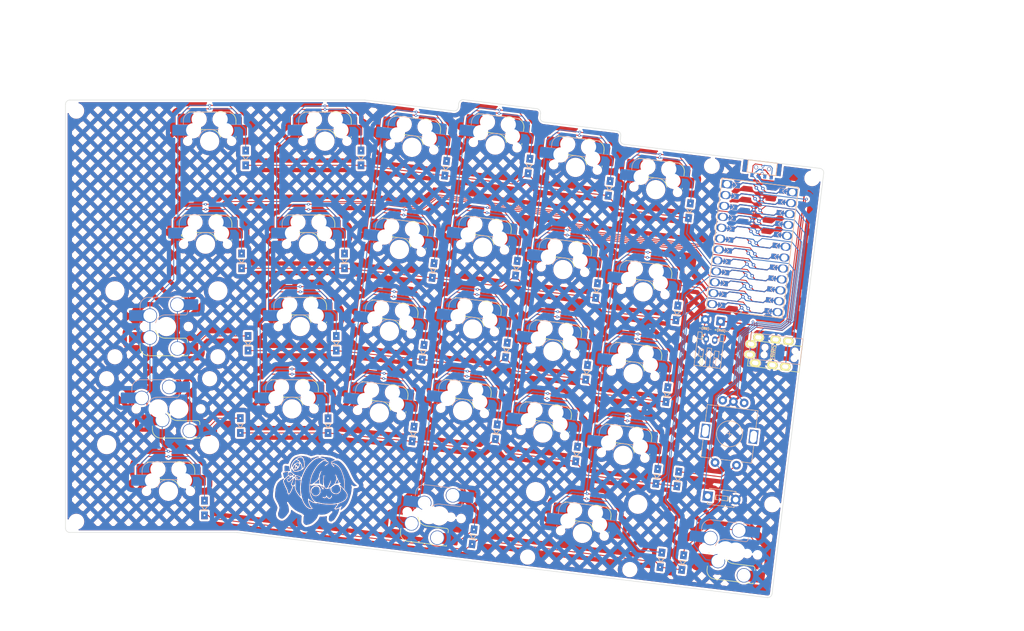
<source format=kicad_pcb>
(kicad_pcb (version 20240108) (generator "pcbnew") (generator_version "8.0")
  (layers (0 "F.Cu" signal) (31 "B.Cu" signal) (34 "B.Paste" user) (35 "F.Paste" user) (36 "B.SilkS" user "B.Silkscreen") (37 "F.SilkS" user "F.Silkscreen") (38 "B.Mask" user) (39 "F.Mask" user) (44 "Edge.Cuts" user))
  (net 0 "")
  (net 1 "Net-(D1-A)")
  (net 2 "R0")
  (net 3 "Net-(D2-A)")
  (net 4 "Net-(D3-A)")
  (net 5 "Net-(D4-A)")
  (net 6 "Net-(D5-A)")
  (net 7 "Net-(D6-A)")
  (net 8 "Net-(D7-A)")
  (net 9 "R1")
  (net 10 "Net-(D8-A)")
  (net 11 "Net-(D9-A)")
  (net 12 "Net-(D10-A)")
  (net 13 "Net-(D11-A)")
  (net 14 "Net-(D12-A)")
  (net 15 "R2")
  (net 16 "Net-(D13-A)")
  (net 17 "Net-(D15-A)")
  (net 18 "Net-(D16-A)")
  (net 19 "Net-(D17-A)")
  (net 20 "Net-(D18-A)")
  (net 21 "Net-(D19-A)")
  (net 22 "Net-(D20-A)")
  (net 23 "R3")
  (net 24 "Net-(D22-A)")
  (net 25 "Net-(D23-A)")
  (net 26 "Net-(D24-A)")
  (net 27 "Net-(D25-A)")
  (net 28 "Net-(D26-A)")
  (net 29 "Net-(D27-A)")
  (net 30 "R4")
  (net 31 "Net-(D28-A)")
  (net 32 "Net-(D30-A)")
  (net 33 "Net-(D31-A)")
  (net 34 "C0")
  (net 35 "C1")
  (net 36 "C2")
  (net 37 "C3")
  (net 38 "C4")
  (net 39 "C5")
  (net 40 "VCC")
  (net 43 "TX")
  (net 44 "GND")
  (net 45 "RST")
  (net 46 "RX")
  (net 47 "SW33B")
  (net 48 "ENCA")
  (net 49 "ENCB")
  (net 50 "C6")
  (net 51 "/PSW")
  (net 52 "+BATT")
  (net 53 "unconnected-(SW34-C-Pad3)")
  (footprint "GHN:Diode_SOD123" (layer "F.Cu") (at 139.075886 49.529571 83)
    (property "Reference" "D3" (hide yes))
    (property "Value" "D" (hide yes))
  )
  (footprint "MountingHole:MountingHole_3.2mm_M3" (layer "F.Cu") (at 53.64736 131.252405 -7)
    (property "Reference" "H4" (hide yes))
    (property "Value" "MountingHole" (hide yes))
  )
  (footprint "GHN:MX Rev 1U" (layer "F.Cu") (at 126.051594 87.216186 -7)
    (property "Reference" "SW16" (hide yes))
    (property "Value" "SW_Push_45deg")
  )
  (footprint "GHN:Diode_SOD123" (layer "F.Cu") (at 176.891893 54.172791 83)
    (property "Reference" "D5" (hide yes))
    (property "Value" "D" (hide yes))
  )
  (footprint "GHN:MX Rev 1U" (layer "F.Cu") (at 166.189209 72.951408 -7)
    (property "Reference" "SW11" (hide yes))
    (property "Value" "SW_Push_45deg")
  )
  (footprint "GHN:MX Rev 1U" (layer "F.Cu") (at 111.154865 43.264902)
    (property "Reference" "SW2" (hide yes))
    (property "Value" "SW_Push_45deg")
  )
  (footprint "GHN:MX Rev 1U" (layer "F.Cu") (at 163.867596 91.859411 -7)
    (property "Reference" "SW18" (hide yes))
    (property "Value" "SW_Push_45deg")
  )
  (footprint "GHN:MX Rev 1U" (layer "F.Cu") (at 187.650989 54.474207 -7)
    (property "Reference" "SW6" (hide yes))
    (property "Value" "SW_Push_45deg")
  )
  (footprint "MountingHole:MountingHole_3.2mm_M3" (layer "F.Cu") (at 200.641981 48.991552)
    (property "Reference" "H5" (hide yes))
    (property "Value" "MountingHole" (hide yes))
  )
  (footprint "GHN:Diode_SOD123" (layer "F.Cu") (at 83.294237 128.096928 90)
    (property "Reference" "D27" (hide yes))
    (property "Value" "D" (hide yes))
  )
  (footprint "PCM_marbastlib-mx:STAB_MX_2.25u" (layer "F.Cu") (at 170.693639 133.962626 173)
    (property "Reference" "S30" (hide yes))
    (property "Value" "MX_stab")
  )
  (footprint "GHN:MX Rev 2.25U" (layer "F.Cu") (at 170.693639 133.962626 -7)
    (property "Reference" "SW30" (hide yes))
    (property "Value" "SW_Push_45deg")
  )
  (footprint "PCM_marbastlib-mx:STAB_MX_2.25u" (layer "F.Cu") (at 72.578614 105.177402)
    (property "Reference" "S20" (hide yes))
    (property "Value" "MX_stab" (hide yes))
  )
  (footprint "GHN:MX Rev 1U" (layer "F.Cu") (at 180.105749 115.925228 -7)
    (property "Reference" "SW26" (hide yes))
    (property "Value" "SW_Push_45deg")
  )
  (footprint "GHN:Diode_SOD123" (layer "F.Cu") (at 150.786898 110.465988 83)
    (property "Reference" "D24" (hide yes))
    (property "Value" "D" (hide yes))
  )
  (footprint "GHN:Diode_SOD123" (layer "F.Cu") (at 136.17387 73.164572 83)
    (property "Reference" "D9" (hide yes))
    (property "Value" "D" (hide yes))
  )
  (footprint "GHN:MX Rev 1.5U" (layer "F.Cu") (at 83.532365 67.077406)
    (property "Reference" "SW7")
    (property "Value" "SW_Push_45deg")
  )
  (footprint "GHN:doro" (layer "F.Cu") (at 111.470039 123.522169 -7)
    (property "Reference" "G***" (hide yes))
    (property "Value" "LOGO" (hide yes))
  )
  (footprint "MountingHole:MountingHole_3.2mm_M3" (layer "F.Cu") (at 223.841761 51.840125 -7)
    (property "Reference" "H1" (hide yes))
    (property "Value" "MountingHole" (hide yes))
  )
  (footprint "GHN:Diode_SOD123" (layer "F.Cu") (at 113.774233 89.996934 90)
    (property "Reference" "D15" (hide yes))
    (property "Value" "D" (hide yes))
  )
  (footprint "GHN:MX Rev 1U" (layer "F.Cu") (at 103.534862 105.177401)
    (property "Reference" "SW22" (hide yes))
    (property "Value" "SW_Push_45deg")
  )
  (footprint "GHN:Diode_SOD123" (layer "F.Cu") (at 111.869231 109.046932 90)
    (property "Reference" "D22" (hide yes))
    (property "Value" "D" (hide yes))
  )
  (footprint "GHN:Diode_SOD123" (layer "F.Cu") (at 91.584193 109.021079 90)
    (property "Reference" "D20" (hide yes))
    (property "Value" "D" (hide yes))
  )
  (footprint "GHN:Diode_SOD123" (layer "F.Cu") (at 192.549638 82.965608 83)
    (property "Reference" "D12" (hide yes))
    (property "Value" "D" (hide yes))
  )
  (footprint "GHN:MX Rev 1U" (layer "F.Cu") (at 128.373201 68.308179 -7)
    (property "Reference" "SW9" (hide yes))
    (property "Value" "SW_Push_45deg")
  )
  (footprint "GHN:Diode_SOD123" (layer "F.Cu") (at 173.989877 77.807795 83)
    (property "Reference" "D11" (hide yes))
    (property "Value" "D" (hide yes))
  )
  (footprint "GHN:Diode_SOD123" (layer "F.Cu") (at 91.866728 70.946938 90)
    (property "Reference" "D7" (hide yes))
    (property "Value" "D" (hide yes))
  )
  (footprint "GHN:Diode_SOD123" (layer "F.Cu") (at 133.85226 92.072576 83)
    (property "Reference" "D16" (hide yes))
    (property "Value" "D" (hide yes))
  )
  (footprint "GHN:MX Rev 1U" (layer "F.Cu") (at 161.545991 110.767415 -7)
    (property "Reference" "SW25" (hide yes))
    (property "Value" "SW_Push_45deg")
  )
  (footprint "GHN:Diode_SOD123" (layer "F.Cu") (at 93.370128 89.996937 90)
    (property "Reference" "D13" (hide yes))
    (property "Value" "D" (hide yes))
  )
  (footprint "GHN:Diode_SOD123" (layer "F.Cu") (at 131.530648 110.980583 83)
    (property "Reference" "D23" (hide yes))
    (property "Value" "D" (hide yes))
  )
  (footprint "GHN:MX 1.25U" (layer "F.Cu") (at 137.60463 129.899806 -7)
    (property "Reference" "SW28" (hide yes))
    (property "Value" "SW_Push_45deg")
  )
  (footprint "GHN:MX Rev 1U" (layer "F.Cu") (at 169.091223 49.316398 -7)
    (property "Reference" "SW5" (hide yes))
    (property "Value" "SW_Push_45deg")
  )
  (footprint "GHN:Diode_SOD123" (layer "F.Cu") (at 158.33213 49.014971 83)
    (property "Reference" "D4" (hide yes))
    (property "Value" "D" (hide yes))
  )
  (footprint "GHN:MJ-4PP-9" (layer "F.Cu") (at 221.153666 93.708228 -97)
    (property "Reference" "J1")
    (property "Value" "MJ-4PP-9" (hide yes))
  )
  (footprint "GHN:Diode_SOD123" (layer "F.Cu") (at 115.679233 70.946933 90)
    (property "Reference" "D8" (hide yes))
    (property "Value" "D" (hide yes))
  )
  (footprint "GHN:MX Rev 1U" (layer "F.Cu") (at 123.729979 106.124192 -7)
    (property "Reference" "SW23" (hide yes))
    (property "Value" "SW_Push_45deg")
  )
  (footprint "PCM_marbastlib-mx:STAB_MX_2.25u" (layer "F.Cu") (at 74.483615 86.127402 180)
    (property "Reference" "S14" (hide yes))
    (property "Value" "MX_stab" (hide yes))
  )
  (footprint "GHN:MX Rev 1U" (layer "F.Cu") (at 147.62944 67.793594 -7)
    (property "Reference" "SW10" (hide yes))
    (property "Value" "SW_Push_45deg")
  )
  (footprint "GHN:MX Rev 1U" (layer "F.Cu") (at 145.307836 86.701594 -7)
    (property "Reference" "SW17" (hide yes))
    (property "Value" "SW_Push_45deg")
  )
  (footprint "GHN:MX Rev 1U" (layer "F.Cu") (at 105.439867 86.127401)
    (property "Reference" "SW15" (hide yes))
    (property "Value" "SW_Push_45deg")
  )
  (footprint "GHN:Diode_SOD123" (layer "F.Cu") (at 187.906416 120.781617 83)
    (property "Reference" "D26" (hide yes))
    (property "Value" "D" (hide yes))
  )
  (footprint "GHN:MX 1.75 STP 1.25" (layer "F.Cu") (at 74.483615 86.127402)
    (property "Reference" "SW13" (hide yes))
    (property "Value" "SW_Push_45deg")
  )
  (footprint "GHN:MX Rev 1U" (layer "F.Cu") (at 84.484858 43.264907)
    (property "Reference" "SW1" (hide yes))
    (property "Value" "SW_Push_45deg")
  )
  (footprint "GHN:MX Rev 1U" (layer "F.Cu") (at 184.748972 78.109216 -7)
    (property "Reference" "SW12" (hide yes))
    (property "Value" "SW_Push_45deg")
  )
  (footprint "GHN:Diode_SOD123" (layer "F.Cu") (at 145.405299 134.756196 83)
    (property "Reference" "D28" (hide yes))
    (property "Value" "D" (hide yes))
  )
  (footprint "GHN:Diode_SOD123" (layer "F.Cu") (at 171.668265 96.715798 83)
    (property "Reference" "D18" (hide yes))
    (property "Value" "D" (hide yes))
  )
  (footprint "GHN:MX 2.25U" (layer "F.Cu") (at 72.578614 105.177402)
    (property "Reference" "SW20" (hide yes))
    (property "Value" "SW_Push_45deg" (hide yes))
  )
  (footprint "GHN:Diode_SOD123" (layer "F.Cu") (at 188.872297 140.09327 83)
    (property "Reference" "D30" (hide yes))
    (property "Value" "D" (hide yes))
  )
  (footprint "GHN:Diode_SOD123" (layer "F.Cu") (at 169.346657 115.623804 83)
    (property "Reference" "D25" (hide yes))
    (property "Value" "D" (hide yes))
  )
  (footprint "GHN:RotaryEncoder_Alps_EC11E-Switch_Vertical_H20mm-keebio_modified" (layer "F.Cu") (at 204.709617 110.936495 -97)
    (property "Reference" "SW33" (hide yes))
    (property "Value" "RotaryEncoder_Switch")
  )
  (footprint "MountingHole:MountingHole_3.2mm_M3" (layer "F.Cu") (at 214.581212 127.261225 -7)
    (property "Reference" "H2" (hide yes))
    (property "Value" "MountingHole" (hide yes))
  )
  (footprint "GHN:MX Rev 1U" (layer "F.Cu") (at 131.275216 44.673175 -7)
    (property "Reference" "SW3" (hide yes))
    (property "Value" "SW_Push_45deg")
  )
  (footprint "GHN:Diode_SOD123" (layer "F.Cu") (at 193.894741 140.709945 83)
    (property "Reference" "D31" (hide yes))
    (property "Value" "D" (hide yes))
  )
  (footprint "GHN:MX Rev 1U" (layer "F.Cu") (at 182.427363 97.017221 -7)
    (property "Reference" "SW19" (hide yes))
    (property "Value" "SW_Push_45deg")
  )
  (footprint "GHN:MX 1.25U" (layer "F.Cu") (at 203.782642 138.025443 -7)
    (property "Reference" "SW31" (hide yes))
    (property "Value" "SW_Push_45deg")
  )
  (footprint "GHN:ProMicro_facedown_bigger_holes" (layer "F.Cu") (at 209.981412 67.995749 -97)
    (property "Reference" "U1" (hide yes))
    (property "Value" "ProMicro")
  )
  (footprint "GHN:Diode_SOD123" (layer "F.Cu") (at 195.451654 59.330596 83)
    (property "Reference" "D6" (hide yes))
    (property "Value" "D" (hide yes))
  )
  (footprint "GHN:MX Rev 1.5U" (layer "F.Cu") (at 74.959864 124.227403)
    (property "Reference" "SW27" (hide yes))
    (property "Value" "SW_Push_45deg")
  )
  (footprint "GHN:Diode_SOD123" (layer "F.Cu") (at 192.766376 121.378345 83)
    (property "Reference" "D14" (hide yes))
    (property "Value" "D" (hide yes))
  )
  (footprint "MountingHole:MountingHole_3.2mm_M3" (layer "F.Cu") (at 53.647357 36.239907 -7)
    (property "Reference" "H3" (hide yes))
    (property "Value" "MountingHole" (hide yes))
  )
  (footprint "GHN:MSK12C02_reversible" (layer "F.Cu") (at 216.256508 48.611433 -97)
    (property "Reference" "SW34" (hide yes))
    (property "Value" "SW_SPDT" (hide yes))
  )
  (footprint "GHN:Diode_SOD123" (layer "F.Cu") (at 155.430115 72.649981 83)
    (property "Reference" "D10" (hide yes))
    (property "Value" "D" (hide yes))
  )
  (footprint "GHN:Diode_SOD123" (layer "F.Cu") (at 119.489235 47.134431 90)
    (property "Reference" "D2" (hide yes))
    (property "Value" "D" (hide yes))
  )
  (footprint "GHN:MX Rev 1U" (layer "F.Cu") (at 150.531462 44.158586 -7)
    (property "Reference" "SW4" (hide yes))
    (property "Value" "SW_Push_45deg")
  )
  (footprint "GHN:Diode_SOD123" (layer "F.Cu") (at 92.819228 47.134437 90)
    (property "Reference" "D1" (hide yes))
    (property "Value" "D" (hide yes))
  )
  (footprint "GHN:Diode_SOD123" (layer "F.Cu") (at 153.108509 91.55799 83)
    (property "Reference" "D17" (hide yes))
    (property "Value" "D" (hide yes))
  )
  (footprint "GHN:MX Rev 1U" (layer "F.Cu") (at 142.986225 105.609603 -7)
    (property "Reference" "SW24" (hide yes))
    (property "Value" "SW_Push_45deg")
  )
  (footprint "GHN:MX Rev 1U" (layer "F.Cu") (at 107.344866 67.077404)
    (property "Reference" "SW8" (hide yes))
    (property "Value" "SW_Push_45deg")
  )
  (footprint "GHN:Diode_SOD123" (layer "F.Cu") (at 190.228033 101.873609 83)
    (property "Reference" "D19" (hide yes))
    (property "Value" "D" (hide yes))
  )
  (footprint "GHN:MX 1U" (layer "B.Cu") (at 206.146143 138.315648 -7)
    (property "Reference" "SW32" (hide yes))
    (property "Value" "SW_Push_45deg")
  )
  (footprint "GHN:MX 1.75U" (layer "B.Cu") (at 77.341113 105.177403)
    (property "Reference" "SW21" (hide yes))
    (property "Value" "SW_Push_45deg")
  )
  (footprint "GHN:MX 1U" (layer "B.Cu") (at 135.241135 129.609607 -7)
    (property "Reference" "SW29" (hide yes))
    (property "Value" "SW_Push_45deg")
  )
  (footprint "GHN:JST_PH_reversible" (layer "B.Cu") (at 201.322435 89.259036 173)
    (property "Reference" "BT1" (hide yes))
    (property "Value" "Battery_Cell" (hide yes))
  )
  (footprint "GHN:custombatteryconnector_small" (layer "B.Cu") (at 200.896616 84.702681 173)
    (property "Reference" "BT2" (hide yes))
    (property "Value" "Battery_Cell" (hide yes))
  )
  (footprint "GHN:MX 2.25U" (layer "B.Cu") (at 74.483615 86.127402)
    (property "Reference" "SW14" (hide yes))
    (property "Value" "SW_Push_45deg" (hide yes))
  )
  (footprint "ScottoKeebs_Components:Button_MJTP1243" (layer "B.Cu") (at 199.682956 125.357809 -7)
    (property "Reference" "RST1" (hide yes))
    (property "Value" "SW_Push_45deg" (hide yes))
  )
  (gr_line (start 213.446787 148.808558) (end 213.446785 148.808584) (stroke (width 0.1)) (layer "Edge.Cuts"))
  (gr_line (start 214.561209 147.937877) (end 220.665057 98.226037) (stroke (width 0.1)) (layer "Edge.Cuts"))
  (gr_line (start 51.147357 34.739907) (end 51.147357 132.752407) (stroke (width 0.1)) (layer "Edge.Cuts"))
  (gr_circle (center 84.484858 43.264907) (end 84.984857 43.264907) (stroke (width 0.1)) (fill none) (layer "Edge.Cuts"))
  (gr_arc (start 178.713529 40.901342) (mid 179.376591 41.274404) (end 179.585346 42.006036) (stroke (width 0.1)) (layer "Edge.Cuts"))
  (gr_arc (start 120.327157 33.739906) (mid 120.38823 33.741772) (end 120.449075 33.747366) (stroke (width 0.1)) (layer "Edge.Cuts"))
  (gr_arc (start 160.153719 35.743524) (mid 160.819837 36.12041) (end 161.024393 36.85794) (stroke (width 0.1)) (layer "Edge.Cuts"))
  (gr_line (start 142.116388 34.536335) (end 142.011881 35.387473) (stroke (width 0.1)) (layer "Edge.Cuts"))
  (gr_line (start 225.635226 49.541561) (end 180.350199 43.98126) (stroke (width 0.1)) (layer "Edge.Cuts"))
  (gr_line (start 160.153719 35.743524) (end 143.225041 33.664944) (stroke (width 0.1)) (layer "Edge.Cuts"))
  (gr_line (start 160.919898 37.709037) (end 160.919892 37.709035) (stroke (width 0.1)) (layer "Edge.Cuts"))
  (gr_circle (center 53.647358 36.239907) (end 54.747357 36.239907) (stroke (width 0.1)) (fill none) (layer "Edge.Cuts"))
  (gr_circle (center 200.641984 48.991552) (end 201.741985 48.991552) (stroke (width 0.1)) (fill none) (layer "Edge.Cuts"))
  (gr_line (start 160.919892 37.709035) (end 161.024393 36.85794) (stroke (width 0.1)) (layer "Edge.Cuts"))
  (gr_arc (start 142.116388 34.536335) (mid 142.491008 33.871995) (end 143.225041 33.664944) (stroke (width 0.1)) (layer "Edge.Cuts"))
  (gr_line (start 90.884775 133.759867) (end 213.446785 148.808584) (stroke (width 0.1)) (layer "Edge.Cuts"))
  (gr_line (start 221.774069 89.193867) (end 226.505928 50.655981) (stroke (width 0.1)) (layer "Edge.Cuts"))
  (gr_arc (start 214.561209 147.937877) (mid 214.184343 148.604041) (end 213.446787 148.808558) (stroke (width 0.1)) (layer "Edge.Cuts"))
  (gr_line (start 178.713529 40.901342) (end 161.790586 38.823468) (stroke (width 0.1)) (layer "Edge.Cuts"))
  (gr_arc (start 90.762858 133.752407) (mid 90.823931 133.754272) (end 90.884775 133.759867) (stroke (width 0.1)) (layer "Edge.Cuts"))
  (gr_circle (center 214.581208 127.261225) (end 215.681208 127.261226) (stroke (width 0.1)) (fill none) (layer "Edge.Cuts"))
  (gr_line (start 220.665057 98.226037) (end 221.774069 89.193867) (stroke (width 0.1)) (layer "Edge.Cuts"))
  (gr_arc (start 225.635226 49.541561) (mid 226.301367 49.918446) (end 226.505928 50.655981) (stroke (width 0.1)) (layer "Edge.Cuts"))
  (gr_line (start 120.327157 33.739906) (end 52.147357 33.739907) (stroke (width 0.1)) (layer "Edge.Cuts"))
  (gr_arc (start 142.011881 35.387473) (mid 141.632939 36.055244) (end 140.89224 36.257472) (stroke (width 0.1)) (layer "Edge.Cuts"))
  (gr_arc (start 161.790586 38.823468) (mid 161.124434 38.446578) (end 160.919898 37.709037) (stroke (width 0.1)) (layer "Edge.Cuts"))
  (gr_arc (start 52.147358 133.752407) (mid 51.440251 133.459514) (end 51.147357 132.752407) (stroke (width 0.1)) (layer "Edge.Cuts"))
  (gr_circle (center 53.647358 131.252408) (end 54.747357 131.252407) (stroke (width 0.1)) (fill none) (layer "Edge.Cuts"))
  (gr_line (start 140.89224 36.257472) (end 120.449075 33.747366) (stroke (width 0.1)) (layer "Edge.Cuts"))
  (gr_arc (start 180.350199 43.98126) (mid 179.681535 43.60104) (end 179.480674 42.858533) (stroke (width 0.1)) (layer "Edge.Cuts"))
  (gr_circle (center 223.841758 51.840126) (end 224.941758 51.840125) (stroke (width 0.1)) (fill none) (layer "Edge.Cuts"))
  (gr_line (start 52.147358 133.752407) (end 90.762858 133.752407) (stroke (width 0.1)) (layer "Edge.Cuts"))
  (gr_arc (start 51.147357 34.739907) (mid 51.440279 34.032828) (end 52.147357 33.739907) (stroke (width 0.1)) (layer "Edge.Cuts"))
  (gr_line (start 179.480674 42.858533) (end 179.585346 42.006036) (stroke (width 0.1)) (layer "Edge.Cuts"))
  (gr_text "-(Blk)" (at 200.678254 87.088313 -7) (layer "B.SilkS") (effects (font (size 0.5 0.5) (thickness 0.125) (bold yes)) (justify left bottom mirror)))
  (gr_text "+(Red)" (at 204.453469 87.522589 -7) (layer "B.SilkS") (effects (font (size 0.5 0.5) (thickness 0.125) (bold yes)) (justify left bottom mirror)))
  (gr_text "-(Blk)" (at 197.505646 86.669504 -7) (layer "F.SilkS") (effects (font (size 0.5 0.5) (thickness 0.125) (bold yes)) (justify left bottom)))
  (gr_text "+(Red)" (at 201.072848 87.107501 -7) (layer "F.SilkS") (effects (font (size 0.5 0.5) (thickness 0.125) (bold yes)) (justify left bottom)))
  (segment (start 79.187521 35.763047) (end 78.394863 36.555697) (width 0.2) (layer "F.Cu") (net 1))
  (segment (start 84.484868 35.763049) (end 79.187521 35.763047) (width 0.2) (layer "F.Cu") (net 1))
  (segment (start 78.394863 36.555697) (end 78.394868 38.184904) (width 0.2) (layer "F.Cu") (net 1))
  (via (at 84.484868 35.763049) (size 0.6) (drill 0.3) (layers "F.Cu" "B.Cu") (net 1))
  (segment (start 92.81923 40.429271) (end 92.819234 45.434436) (width 0.2) (layer "B.Cu") (net 1))
  (segment (start 90.574865 38.184905) (end 92.81923 40.429271) (width 0.2) (layer "B.Cu") (net 1))
  (segment (start 84.484868 35.763049) (end 89.78221 35.763039) (width 0.2) (layer "B.Cu") (net 1))
  (segment (start 90.574869 36.555693) (end 90.574865 38.184905) (width 0.2) (layer "B.Cu") (net 1))
  (segment (start 89.78221 35.763039) (end 90.574869 36.555693) (width 0.2) (layer "B.Cu") (net 1))
  (segment (start 195.24448 61.01793) (end 179.172677 59.044559) (width 0.2) (layer "F.Cu") (net 2))
  (segment (start 158.124952 50.702308) (end 158.151503 50.70556) (width 0.2) (layer "F.Cu") (net 2))
  (segment (start 160.63946 53.890011) (end 176.684717 55.860116) (width 0.2) (layer "F.Cu") (net 2))
  (segment (start 92.819237 48.834434) (end 119.489235 48.834432) (width 0.2) (layer "F.Cu") (net 2))
  (segment (start 138.866143 51.21362) (end 138.868706 51.216895) (width 0.2) (layer "F.Cu") (net 2))
  (segment (start 154.940513 53.190268) (end 158.124952 50.702308) (width 0.2) (layer "F.Cu") (net 2))
  (segment (start 138.868706 51.216895) (end 154.940513 53.190268) (width 0.2) (layer "F.Cu") (net 2))
  (segment (start 179.172677 59.044559) (end 176.684717 55.860116) (width 0.2) (layer "F.Cu") (net 2))
  (segment (start 119.48923 48.834436) (end 138.866143 51.21362) (width 0.2) (layer "F.Cu") (net 2))
  (segment (start 158.151503 50.70556) (end 160.63946 53.890011) (width 0.2) (layer "F.Cu") (net 2))
  (segment (start 194.798686 64.648608) (end 200.498937 71.944593) (width 0.2) (layer "B.Cu") (net 2))
  (segment (start 200.498937 71.944593) (end 207.350993 72.785922) (width 0.2) (layer "B.Cu") (net 2))
  (segment (start 195.244475 61.017931) (end 194.798686 64.648608) (width 0.2) (layer "B.Cu") (net 2))
  (segment (start 207.350993 72.785922) (end 208.760768 71.684485) (width 0.2) (layer "B.Cu") (net 2))
  (segment (start 105.064861 36.555693) (end 105.064869 38.184903) (width 0.2) (layer "F.Cu") (net 3))
  (segment (start 105.708686 35.911876) (end 105.064861 36.555693) (width 0.2) (layer "F.Cu") (net 3))
  (segment (start 111.154865 35.911865) (end 105.708686 35.911876) (width 0.2) (layer "F.Cu") (net 3))
  (via (at 111.154865 35.911865) (size 0.6) (drill 0.3) (layers "F.Cu" "B.Cu") (net 3))
  (segment (start 117.244862 36.555697) (end 117.244864 38.184908) (width 0.2) (layer "B.Cu") (net 3))
  (segment (start 119.489227 40.429271) (end 119.489236 45.434432) (width 0.2) (layer "B.Cu") (net 3))
  (segment (start 116.60104 35.911875) (end 117.244862 36.555697) (width 0.2) (layer "B.Cu") (net 3))
  (segment (start 117.244864 38.184908) (end 119.489227 40.429271) (width 0.2) (layer "B.Cu") (net 3))
  (segment (start 111.154865 35.911865) (end 116.60104 35.911875) (width 0.2) (layer "B.Cu") (net 3))
  (segment (start 126.048262 37.271795) (end 125.849704 38.888854) (width 0.2) (layer "F.Cu") (net 4))
  (segment (start 126.83778 36.654956) (end 126.048262 37.271795) (width 0.2) (layer "F.Cu") (net 4))
  (segment (start 132.179199 37.310801) (end 126.83778 36.654956) (width 0.2) (layer "F.Cu") (net 4))
  (via (at 132.179199 37.310801) (size 0.6) (drill 0.3) (layers "F.Cu" "B.Cu") (net 4))
  (segment (start 132.179199 37.310801) (end 137.520632 37.966644) (width 0.2) (layer "B.Cu") (net 4))
  (segment (start 138.13747 38.756161) (end 137.938912 40.373225) (width 0.2) (layer "B.Cu") (net 4))
  (segment (start 137.520632 37.966644) (end 138.13747 38.756161) (width 0.2) (layer "B.Cu") (net 4))
  (segment (start 139.893031 42.874382) (end 139.283063 47.842237) (width 0.2) (layer "B.Cu") (net 4))
  (segment (start 137.938912 40.373225) (end 139.893031 42.874382) (width 0.2) (layer "B.Cu") (net 4))
  (segment (start 146.060855 36.166283) (end 145.304503 36.757202) (width 0.2) (layer "F.Cu") (net 5))
  (segment (start 145.304503 36.757202) (end 145.10595 38.374263) (width 0.2) (layer "F.Cu") (net 5))
  (segment (start 151.43182 36.825756) (end 146.060855 36.166283) (width 0.2) (layer "F.Cu") (net 5))
  (via (at 151.43182 36.825756) (size 0.6) (drill 0.3) (layers "F.Cu" "B.Cu") (net 5))
  (segment (start 151.43182 36.825756) (end 156.802794 37.485229) (width 0.2) (layer "B.Cu") (net 5))
  (segment (start 157.393717 38.241576) (end 157.19516 39.858639) (width 0.2) (layer "B.Cu") (net 5))
  (segment (start 159.149287 42.359801) (end 158.539307 47.327652) (width 0.2) (layer "B.Cu") (net 5))
  (segment (start 157.19516 39.858639) (end 159.149287 42.359801) (width 0.2) (layer "B.Cu") (net 5))
  (segment (start 156.802794 37.485229) (end 157.393717 38.241576) (width 0.2) (layer "B.Cu") (net 5))
  (segment (start 164.65378 41.298175) (end 163.864268 41.915015) (width 0.2) (layer "F.Cu") (net 6))
  (segment (start 169.992886 41.953738) (end 164.65378 41.298175) (width 0.2) (layer "F.Cu") (net 6))
  (segment (start 163.864268 41.915015) (end 163.665717 43.532081) (width 0.2) (layer "F.Cu") (net 6))
  (via (at 169.992886 41.953738) (size 0.6) (drill 0.3) (layers "F.Cu" "B.Cu") (net 6))
  (segment (start 175.336637 42.60987) (end 175.953479 43.399388) (width 0.2) (layer "B.Cu") (net 6))
  (segment (start 175.953479 43.399388) (end 175.75493 45.016449) (width 0.2) (layer "B.Cu") (net 6))
  (segment (start 177.709043 47.51761) (end 177.09907 52.485462) (width 0.2) (layer "B.Cu") (net 6))
  (segment (start 175.75493 45.016449) (end 177.709043 47.51761) (width 0.2) (layer "B.Cu") (net 6))
  (segment (start 169.992886 41.953738) (end 175.336637 42.60987) (width 0.2) (layer "B.Cu") (net 6))
  (segment (start 188.558604 47.082288) (end 183.246722 46.430071) (width 0.2) (layer "F.Cu") (net 7))
  (segment (start 183.246722 46.430071) (end 182.424024 47.072832) (width 0.2) (layer "F.Cu") (net 7))
  (segment (start 182.424024 47.072832) (end 182.225473 48.689894) (width 0.2) (layer "F.Cu") (net 7))
  (via (at 188.558604 47.082288) (size 0.6) (drill 0.3) (layers "F.Cu" "B.Cu") (net 7))
  (segment (start 196.268807 52.675418) (end 195.658835 57.643272) (width 0.2) (layer "B.Cu") (net 7))
  (segment (start 188.558604 47.082288) (end 193.870481 47.734503) (width 0.2) (layer "B.Cu") (net 7))
  (segment (start 194.314689 50.174261) (end 196.268807 52.675418) (width 0.2) (layer "B.Cu") (net 7))
  (segment (start 194.513237 48.557201) (end 194.314689 50.174261) (width 0.2) (layer "B.Cu") (net 7))
  (segment (start 193.870481 47.734503) (end 194.513237 48.557201) (width 0.2) (layer "B.Cu") (net 7))
  (segment (start 83.532361 59.040688) (end 78.769866 59.040695) (width 0.2) (layer "F.Cu") (net 8))
  (segment (start 78.769866 59.040695) (end 77.442371 60.368193) (width 0.2) (layer "F.Cu") (net 8))
  (segment (start 77.442371 60.368193) (end 77.442361 61.997399) (width 0.2) (layer "F.Cu") (net 8))
  (via (at 83.532361 59.040688) (size 0.6) (drill 0.3) (layers "F.Cu" "B.Cu") (net 8))
  (segment (start 88.294863 59.040692) (end 83.532361 59.040688) (width 0.2) (layer "B.Cu") (net 8))
  (segment (start 91.866736 69.246931) (end 91.866734 64.241774) (width 0.2) (layer "B.Cu") (net 8))
  (segment (start 89.622369 60.368193) (end 88.294863 59.040692) (width 0.2) (layer "B.Cu") (net 8))
  (segment (start 89.622365 61.997404) (end 89.622369 60.368193) (width 0.2) (layer "B.Cu") (net 8))
  (segment (start 91.866734 64.241774) (end 89.622365 61.997404) (width 0.2) (layer "B.Cu") (net 8))
  (segment (start 157.710897 77.521757) (end 173.782703 79.495127) (width 0.2) (layer "F.Cu") (net 9))
  (segment (start 91.866734 72.646931) (end 115.679234 72.646932) (width 0.2) (layer "F.Cu") (net 9))
  (segment (start 135.966692 74.851895) (end 115.679234 72.646932) (width 0.2) (layer "F.Cu") (net 9))
  (segment (start 155.222935 74.33731) (end 157.710897 77.521757) (width 0.2) (layer "F.Cu") (net 9))
  (segment (start 135.966692 74.851895) (end 152.038495 76.825273) (width 0.2) (layer "F.Cu") (net 9))
  (segment (start 192.342463 84.652935) (end 176.270661 82.679566) (width 0.2) (layer "F.Cu") (net 9))
  (segment (start 152.038495 76.825273) (end 155.222935 74.33731) (width 0.2) (layer "F.Cu") (net 9))
  (segment (start 176.270661 82.679566) (end 173.782703 79.495127) (width 0.2) (layer "F.Cu") (net 9))
  (segment (start 194.001021 83.357119) (end 194.553168 78.860257) (width 0.2) (layer "B.Cu") (net 9))
  (segment (start 192.342465 84.652934) (end 194.001021 83.357119) (width 0.2) (layer "B.Cu") (net 9))
  (segment (start 207.0525 75.298351) (end 208.451221 74.20555) (width 0.2) (layer "B.Cu") (net 9))
  (segment (start 194.553168 78.860257) (end 200.190597 74.455815) (width 0.2) (layer "B.Cu") (net 9))
  (segment (start 200.190597 74.455815) (end 207.0525 75.298351) (width 0.2) (layer "B.Cu") (net 9))
  (segment (start 102.582368 59.040689) (end 101.254866 60.368193) (width 0.2) (layer "F.Cu") (net 10))
  (segment (start 107.344866 59.04069) (end 102.582368 59.040689) (width 0.2) (layer "F.Cu") (net 10))
  (segment (start 101.254866 60.368193) (end 101.254868 61.997405) (width 0.2) (layer "F.Cu") (net 10))
  (via (at 107.344866 59.04069) (size 0.6) (drill 0.3) (layers "F.Cu" "B.Cu") (net 10))
  (segment (start 115.67923 69.246929) (end 115.67923 64.241775) (width 0.2) (layer "B.Cu") (net 10))
  (segment (start 113.434863 60.368191) (end 112.107358 59.040692) (width 0.2) (layer "B.Cu") (net 10))
  (segment (start 115.67923 64.241775) (end 113.434869 61.997407) (width 0.2) (layer "B.Cu") (net 10))
  (segment (start 113.434869 61.997407) (end 113.434863 60.368191) (width 0.2) (layer "B.Cu") (net 10))
  (segment (start 112.107358 59.040692) (end 107.344866 59.04069) (width 0.2) (layer "B.Cu") (net 10))
  (segment (start 124.625628 59.75097) (end 123.146238 60.906801) (width 0.2) (layer "F.Cu") (net 11))
  (segment (start 123.146238 60.906801) (end 122.947694 62.523866) (width 0.2) (layer "F.Cu") (net 11))
  (segment (start 129.352632 60.331374) (end 124.625628 59.75097) (width 0.2) (layer "F.Cu") (net 11))
  (via (at 129.352632 60.331374) (size 0.6) (drill 0.3) (layers "F.Cu" "B.Cu") (net 11))
  (segment (start 136.991024 66.50939) (end 135.036903 64.00823) (width 0.2) (layer "B.Cu") (net 11))
  (segment (start 135.235454 62.391167) (end 134.079632 60.911779) (width 0.2) (layer "B.Cu") (net 11))
  (segment (start 136.381051 71.477249) (end 136.991024 66.50939) (width 0.2) (layer "B.Cu") (net 11))
  (segment (start 134.079632 60.911779) (end 129.352632 60.331374) (width 0.2) (layer "B.Cu") (net 11))
  (segment (start 135.036903 64.00823) (end 135.235454 62.391167) (width 0.2) (layer "B.Cu") (net 11))
  (segment (start 142.402485 60.392205) (end 142.203935 62.009276) (width 0.2) (layer "F.Cu") (net 12))
  (segment (start 148.608879 59.816789) (end 143.881882 59.236384) (width 0.2) (layer "F.Cu") (net 12))
  (segment (start 143.881882 59.236384) (end 142.402485 60.392205) (width 0.2) (layer "F.Cu") (net 12))
  (via (at 148.608879 59.816789) (size 0.6) (drill 0.3) (layers "F.Cu" "B.Cu") (net 12))
  (segment (start 156.247271 65.994801) (end 154.293148 63.493646) (width 0.2) (layer "B.Cu") (net 12))
  (segment (start 155.637292 70.96266) (end 156.247271 65.994801) (width 0.2) (layer "B.Cu") (net 12))
  (segment (start 154.293148 63.493646) (end 154.491703 61.876575) (width 0.2) (layer "B.Cu") (net 12))
  (segment (start 154.491703 61.876575) (end 153.335875 60.397193) (width 0.2) (layer "B.Cu") (net 12))
  (segment (start 153.335875 60.397193) (end 148.608879 59.816789) (width 0.2) (layer "B.Cu") (net 12))
  (segment (start 167.168645 64.974595) (end 162.441649 64.394195) (width 0.2) (layer "F.Cu") (net 13))
  (segment (start 162.441649 64.394195) (end 160.962255 65.550024) (width 0.2) (layer "F.Cu") (net 13))
  (segment (start 160.962255 65.550024) (end 160.763702 67.167085) (width 0.2) (layer "F.Cu") (net 13))
  (via (at 167.168645 64.974595) (size 0.6) (drill 0.3) (layers "F.Cu" "B.Cu") (net 13))
  (segment (start 174.197051 76.120464) (end 174.807031 71.152614) (width 0.2) (layer "B.Cu") (net 13))
  (segment (start 174.807031 71.152614) (end 172.852914 68.65146) (width 0.2) (layer "B.Cu") (net 13))
  (segment (start 171.895638 65.555002) (end 167.168645 64.974595) (width 0.2) (layer "B.Cu") (net 13))
  (segment (start 172.852914 68.65146) (end 173.051459 67.034392) (width 0.2) (layer "B.Cu") (net 13))
  (segment (start 173.051459 67.034392) (end 171.895638 65.555002) (width 0.2) (layer "B.Cu") (net 13))
  (segment (start 179.522016 70.707836) (end 179.323464 72.324905) (width 0.2) (layer "F.Cu") (net 14))
  (segment (start 181.001406 69.552005) (end 179.522016 70.707836) (width 0.2) (layer "F.Cu") (net 14))
  (segment (start 185.728404 70.132407) (end 181.001406 69.552005) (width 0.2) (layer "F.Cu") (net 14))
  (via (at 185.728404 70.132407) (size 0.6) (drill 0.3) (layers "F.Cu" "B.Cu") (net 14))
  (segment (start 193.366793 76.310422) (end 191.412674 73.809263) (width 0.2) (layer "B.Cu") (net 14))
  (segment (start 191.412674 73.809263) (end 191.611229 72.192203) (width 0.2) (layer "B.Cu") (net 14))
  (segment (start 192.756818 81.278275) (end 193.366793 76.310422) (width 0.2) (layer "B.Cu") (net 14))
  (segment (start 190.455398 70.712811) (end 185.728404 70.132407) (width 0.2) (layer "B.Cu") (net 14))
  (segment (start 191.611229 72.192203) (end 190.455398 70.712811) (width 0.2) (layer "B.Cu") (net 14))
  (segment (start 173.94905 101.587568) (end 171.461087 98.403124) (width 0.2) (layer "F.Cu") (net 15))
  (segment (start 190.020853 103.560938) (end 173.94905 101.587568) (width 0.2) (layer "F.Cu") (net 15))
  (segment (start 133.645079 93.759903) (end 113.774228 91.696937) (width 0.2) (layer "F.Cu") (net 15))
  (segment (start 133.645079 93.759903) (end 149.716887 95.733275) (width 0.2) (layer "F.Cu") (net 15))
  (segment (start 155.389285 96.429755) (end 152.901327 93.245311) (width 0.2) (layer "F.Cu") (net 15))
  (segment (start 171.461087 98.403124) (end 155.389285 96.429755) (width 0.2) (layer "F.Cu") (net 15))
  (segment (start 93.370123 91.696936) (end 113.774228 91.696937) (width 0.2) (layer "F.Cu") (net 15))
  (segment (start 149.716887 95.733275) (end 152.901327 93.245311) (width 0.2) (layer "F.Cu") (net 15))
  (segment (start 192.125183 101.916859) (end 194.690602 81.023199) (width 0.2) (layer "B.Cu") (net 15))
  (segment (start 199.852609 76.990198) (end 206.724362 77.833945) (width 0.2) (layer "B.Cu") (net 15))
  (segment (start 190.020847 103.560939) (end 192.125183 101.916859) (width 0.2) (layer "B.Cu") (net 15))
  (segment (start 206.724362 77.833945) (end 208.141672 76.726618) (width 0.2) (layer "B.Cu") (net 15))
  (segment (start 194.690602 81.023199) (end 199.852609 76.990198) (width 0.2) (layer "B.Cu") (net 15))
  (segment (start 83.484087 88.296936) (end 80.573615 91.207405) (width 0.2) (layer "F.Cu") (net 16))
  (segment (start 93.370129 88.296934) (end 83.484087 88.296936) (width 0.2) (layer "F.Cu") (net 16))
  (segment (start 77.023615 91.207404) (end 77.023613 81.047404) (width 0.2) (layer "B.Cu") (net 16))
  (segment (start 99.349865 79.418196) (end 99.349864 81.047405) (width 0.2) (layer "F.Cu") (net 17))
  (segment (start 105.439864 78.090694) (end 100.677372 78.090688) (width 0.2) (layer "F.Cu") (net 17))
  (segment (start 100.677372 78.090688) (end 99.349865 79.418196) (width 0.2) (layer "F.Cu") (net 17))
  (via (at 105.439864 78.090694) (size 0.6) (drill 0.3) (layers "F.Cu" "B.Cu") (net 17))
  (segment (start 113.774233 88.296933) (end 113.774238 83.291774) (width 0.2) (layer "B.Cu") (net 17))
  (segment (start 113.774238 83.291774) (end 111.529865 81.047402) (width 0.2) (layer "B.Cu") (net 17))
  (segment (start 110.202356 78.090696) (end 105.439864 78.090694) (width 0.2) (layer "B.Cu") (net 17))
  (segment (start 111.529865 81.047402) (end 111.529865 79.418195) (width 0.2) (layer "B.Cu") (net 17))
  (segment (start 111.529865 79.418195) (end 110.202356 78.090696) (width 0.2) (layer "B.Cu") (net 17))
  (segment (start 127.031023 79.239384) (end 122.304021 78.658975) (width 0.2) (layer "F.Cu") (net 18))
  (segment (start 122.304021 78.658975) (end 120.824633 79.8148) (width 0.2) (layer "F.Cu") (net 18))
  (segment (start 120.824633 79.8148) (end 120.626083 81.431869) (width 0.2) (layer "F.Cu") (net 18))
  (via (at 127.031023 79.239384) (size 0.6) (drill 0.3) (layers "F.Cu" "B.Cu") (net 18))
  (segment (start 132.913846 81.299171) (end 131.758017 79.819784) (width 0.2) (layer "B.Cu") (net 18))
  (segment (start 132.715289 82.916239) (end 132.913846 81.299171) (width 0.2) (layer "B.Cu") (net 18))
  (segment (start 134.669409 85.417394) (end 132.715289 82.916239) (width 0.2) (layer "B.Cu") (net 18))
  (segment (start 131.758017 79.819784) (end 127.031023 79.239384) (width 0.2) (layer "B.Cu") (net 18))
  (segment (start 134.059434 90.385243) (end 134.669409 85.417394) (width 0.2) (layer "B.Cu") (net 18))
  (segment (start 140.080881 79.300214) (end 139.882328 80.917276) (width 0.2) (layer "F.Cu") (net 19))
  (segment (start 141.56027 78.14439) (end 140.080881 79.300214) (width 0.2) (layer "F.Cu") (net 19))
  (segment (start 146.287267 78.72479) (end 141.56027 78.14439) (width 0.2) (layer "F.Cu") (net 19))
  (via (at 146.287267 78.72479) (size 0.6) (drill 0.3) (layers "F.Cu" "B.Cu") (net 19))
  (segment (start 153.315683 89.870659) (end 153.925653 84.9028) (width 0.2) (layer "B.Cu") (net 19))
  (segment (start 153.925653 84.9028) (end 151.971539 82.401643) (width 0.2) (layer "B.Cu") (net 19))
  (segment (start 151.014265 79.305192) (end 146.287267 78.72479) (width 0.2) (layer "B.Cu") (net 19))
  (segment (start 151.971539 82.401643) (end 152.17009 80.78458) (width 0.2) (layer "B.Cu") (net 19))
  (segment (start 152.17009 80.78458) (end 151.014265 79.305192) (width 0.2) (layer "B.Cu") (net 19))
  (segment (start 158.640643 84.458026) (end 158.442088 86.075095) (width 0.2) (layer "F.Cu") (net 20))
  (segment (start 160.120029 83.302203) (end 158.640643 84.458026) (width 0.2) (layer "F.Cu") (net 20))
  (segment (start 164.847028 83.882602) (end 160.120029 83.302203) (width 0.2) (layer "F.Cu") (net 20))
  (via (at 164.847028 83.882602) (size 0.6) (drill 0.3) (layers "F.Cu" "B.Cu") (net 20))
  (segment (start 170.531301 87.559462) (end 170.729848 85.942392) (width 0.2) (layer "B.Cu") (net 20))
  (segment (start 169.574024 84.463005) (end 164.847028 83.882602) (width 0.2) (layer "B.Cu") (net 20))
  (segment (start 170.729848 85.942392) (end 169.574024 84.463005) (width 0.2) (layer "B.Cu") (net 20))
  (segment (start 171.875445 95.028466) (end 172.485418 90.060617) (width 0.2) (layer "B.Cu") (net 20))
  (segment (start 172.485418 90.060617) (end 170.531301 87.559462) (width 0.2) (layer "B.Cu") (net 20))
  (segment (start 178.679796 88.460005) (end 177.200401 89.615837) (width 0.2) (layer "F.Cu") (net 21))
  (segment (start 177.200401 89.615837) (end 177.001853 91.232902) (width 0.2) (layer "F.Cu") (net 21))
  (segment (start 183.406792 89.040414) (end 178.679796 88.460005) (width 0.2) (layer "F.Cu") (net 21))
  (via (at 183.406792 89.040414) (size 0.6) (drill 0.3) (layers "F.Cu" "B.Cu") (net 21))
  (segment (start 189.289616 91.100204) (end 188.133794 89.620811) (width 0.2) (layer "B.Cu") (net 21))
  (segment (start 189.091069 92.717267) (end 189.289616 91.100204) (width 0.2) (layer "B.Cu") (net 21))
  (segment (start 191.045185 95.218426) (end 189.091069 92.717267) (width 0.2) (layer "B.Cu") (net 21))
  (segment (start 190.435205 100.186277) (end 191.045185 95.218426) (width 0.2) (layer "B.Cu") (net 21))
  (segment (start 188.133794 89.620811) (end 183.406792 89.040414) (width 0.2) (layer "B.Cu") (net 21))
  (segment (start 86.367441 107.321081) (end 83.431117 110.257404) (width 0.2) (layer "F.Cu") (net 22))
  (segment (start 91.584194 107.321088) (end 86.367441 107.321081) (width 0.2) (layer "F.Cu") (net 22))
  (segment (start 79.881118 101.309897) (end 78.668611 100.097407) (width 0.2) (layer "B.Cu") (net 22))
  (segment (start 79.881111 110.257408) (end 79.881118 101.309897) (width 0.2) (layer "B.Cu") (net 22))
  (segment (start 153.067678 115.337764) (end 150.579714 112.153316) (width 0.2) (layer "F.Cu") (net 23))
  (segment (start 169.13948 117.311133) (end 153.067678 115.337764) (width 0.2) (layer "F.Cu") (net 23))
  (segment (start 131.32347 112.667908) (end 147.395268 114.641277) (width 0.2) (layer "F.Cu") (net 23))
  (segment (start 147.395268 114.641277) (end 150.579714 112.153316) (width 0.2) (layer "F.Cu") (net 23))
  (segment (start 187.774752 122.565583) (end 187.699241 122.468939) (width 0.2) (layer "F.Cu") (net 23))
  (segment (start 187.699238 122.468946) (end 192.559199 123.065674) (width 0.2) (layer "F.Cu") (net 23))
  (segment (start 111.843383 110.721082) (end 111.869231 110.746935) (width 0.2) (layer "F.Cu") (net 23))
  (segment (start 187.699242 122.468939) (end 171.627436 120.495571) (width 0.2) (layer "F.Cu") (net 23))
  (segment (start 91.584189 110.721082) (end 111.843383 110.721082) (width 0.2) (layer "F.Cu") (net 23))
  (segment (start 171.627436 120.495571) (end 169.13948 117.311133) (width 0.2) (layer "F.Cu") (net 23))
  (segment (start 131.32347 112.667908) (end 111.869234 110.746931) (width 0.2) (layer "F.Cu") (net 23))
  (segment (start 187.699241 122.468939) (end 190.249333 120.476588) (width 0.2) (layer "B.Cu") (net 23))
  (segment (start 194.828025 83.186148) (end 199.57392 79.478247) (width 0.2) (layer "B.Cu") (net 23))
  (segment (start 190.249333 120.476588) (end 194.828025 83.186148) (width 0.2) (layer "B.Cu") (net 23))
  (segment (start 206.455523 80.323204) (end 207.832124 79.247685) (width 0.2) (layer "B.Cu") (net 23))
  (segment (start 199.57392 79.478247) (end 206.455523 80.323204) (width 0.2) (layer "B.Cu") (net 23))
  (segment (start 98.77237 97.140689) (end 97.444864 98.4682) (width 0.2) (layer "F.Cu") (net 24))
  (segment (start 97.444864 98.4682) (end 97.444868 100.097401) (width 0.2) (layer "F.Cu") (net 24))
  (segment (start 103.534866 97.140692) (end 98.77237 97.140689) (width 0.2) (layer "F.Cu") (net 24))
  (via (at 103.534866 97.140692) (size 0.6) (drill 0.3) (layers "F.Cu" "B.Cu") (net 24))
  (segment (start 109.624855 98.468196) (end 108.29736 97.140692) (width 0.2) (layer "B.Cu") (net 24))
  (segment (start 111.869229 102.341775) (end 109.624867 100.097403) (width 0.2) (layer "B.Cu") (net 24))
  (segment (start 111.869231 107.346935) (end 111.869229 102.341775) (width 0.2) (layer "B.Cu") (net 24))
  (segment (start 109.624867 100.097403) (end 109.624855 98.468196) (width 0.2) (layer "B.Cu") (net 24))
  (segment (start 108.29736 97.140692) (end 103.534866 97.140692) (width 0.2) (layer "B.Cu") (net 24))
  (segment (start 118.503024 98.722812) (end 118.304473 100.339871) (width 0.2) (layer "F.Cu") (net 25))
  (segment (start 124.709409 98.147384) (end 119.982412 97.566982) (width 0.2) (layer "F.Cu") (net 25))
  (segment (start 119.982412 97.566982) (end 118.503024 98.722812) (width 0.2) (layer "F.Cu") (net 25))
  (via (at 124.709409 98.147384) (size 0.6) (drill 0.3) (layers "F.Cu" "B.Cu") (net 25))
  (segment (start 129.436409 98.727785) (end 124.709409 98.147384) (width 0.2) (layer "B.Cu") (net 25))
  (segment (start 131.737825 109.293246) (end 132.347799 104.325398) (width 0.2) (layer "B.Cu") (net 25))
  (segment (start 130.592234 100.207173) (end 129.436409 98.727785) (width 0.2) (layer "B.Cu") (net 25))
  (segment (start 132.347799 104.325398) (end 130.39368 101.824242) (width 0.2) (layer "B.Cu") (net 25))
  (segment (start 130.39368 101.824242) (end 130.592234 100.207173) (width 0.2) (layer "B.Cu") (net 25))
  (segment (start 137.75927 98.208219) (end 137.560715 99.825282) (width 0.2) (layer "F.Cu") (net 26))
  (segment (start 139.238654 97.05239) (end 137.75927 98.208219) (width 0.2) (layer "F.Cu") (net 26))
  (segment (start 143.965653 97.632794) (end 139.238654 97.05239) (width 0.2) (layer "F.Cu") (net 26))
  (via (at 143.965653 97.632794) (size 0.6) (drill 0.3) (layers "F.Cu" "B.Cu") (net 26))
  (segment (start 149.649924 101.309652) (end 149.84848 99.692588) (width 0.2) (layer "B.Cu") (net 26))
  (segment (start 150.994072 108.778661) (end 151.604045 103.810813) (width 0.2) (layer "B.Cu") (net 26))
  (segment (start 148.692652 98.213204) (end 143.965653 97.632794) (width 0.2) (layer "B.Cu") (net 26))
  (segment (start 149.84848 99.692588) (end 148.692652 98.213204) (width 0.2) (layer "B.Cu") (net 26))
  (segment (start 151.604045 103.810813) (end 149.649924 101.309652) (width 0.2) (layer "B.Cu") (net 26))
  (segment (start 162.52542 102.790606) (end 157.79842 102.210206) (width 0.2) (layer "F.Cu") (net 27))
  (segment (start 157.79842 102.210206) (end 156.319031 103.36603) (width 0.2) (layer "F.Cu") (net 27))
  (segment (start 156.319031 103.36603) (end 156.120487 104.98309) (width 0.2) (layer "F.Cu") (net 27))
  (via (at 162.52542 102.790606) (size 0.6) (drill 0.3) (layers "F.Cu" "B.Cu") (net 27))
  (segment (start 167.252417 103.371007) (end 162.52542 102.790606) (width 0.2) (layer "B.Cu") (net 27))
  (segment (start 168.209683 106.467463) (end 168.408243 104.850398) (width 0.2) (layer "B.Cu") (net 27))
  (segment (start 170.163813 108.968623) (end 168.209683 106.467463) (width 0.2) (layer "B.Cu") (net 27))
  (segment (start 169.55384 113.936471) (end 170.163813 108.968623) (width 0.2) (layer "B.Cu") (net 27))
  (segment (start 168.408243 104.850398) (end 167.252417 103.371007) (width 0.2) (layer "B.Cu") (net 27))
  (segment (start 174.87879 108.523842) (end 174.680244 110.140904) (width 0.2) (layer "F.Cu") (net 28))
  (segment (start 181.085179 107.948415) (end 176.358187 107.368017) (width 0.2) (layer "F.Cu") (net 28))
  (segment (start 176.358187 107.368017) (end 174.87879 108.523842) (width 0.2) (layer "F.Cu") (net 28))
  (via (at 181.085179 107.948415) (size 0.6) (drill 0.3) (layers "F.Cu" "B.Cu") (net 28))
  (segment (start 185.81218 108.528817) (end 181.085179 107.948415) (width 0.2) (layer "B.Cu") (net 28))
  (segment (start 186.968006 110.008207) (end 185.81218 108.528817) (width 0.2) (layer "B.Cu") (net 28))
  (segment (start 186.769457 111.62527) (end 186.968006 110.008207) (width 0.2) (layer "B.Cu") (net 28))
  (segment (start 188.113594 119.094282) (end 188.723573 114.126427) (width 0.2) (layer "B.Cu") (net 28))
  (segment (start 188.723573 114.126427) (end 186.769457 111.62527) (width 0.2) (layer "B.Cu") (net 28))
  (segment (start 70.197369 116.190684) (end 68.869867 117.518195) (width 0.2) (layer "F.Cu") (net 29))
  (segment (start 74.959863 116.190693) (end 70.197369 116.190684) (width 0.2) (layer "F.Cu") (net 29))
  (segment (start 68.869867 117.518195) (end 68.869864 119.147405) (width 0.2) (layer "F.Cu") (net 29))
  (via (at 74.959863 116.190693) (size 0.6) (drill 0.3) (layers "F.Cu" "B.Cu") (net 29))
  (segment (start 79.722361 116.190698) (end 74.959863 116.190693) (width 0.2) (layer "B.Cu") (net 29))
  (segment (start 81.049862 119.147405) (end 81.049869 117.518195) (width 0.2) (layer "B.Cu") (net 29))
  (segment (start 83.294232 126.396926) (end 83.294233 121.391772) (width 0.2) (layer "B.Cu") (net 29))
  (segment (start 81.049869 117.518195) (end 79.722361 116.190698) (width 0.2) (layer "B.Cu") (net 29))
  (segment (start 83.294233 121.391772) (end 81.049862 119.147405) (width 0.2) (layer "B.Cu") (net 29))
  (segment (start 84.852287 130.505429) (end 143.570549 137.715126) (width 0.2) (layer "F.Cu") (net 30))
  (segment (start 146.395282 135.508204) (end 145.198123 136.443526) (width 0.2) (layer "F.Cu") (net 30))
  (segment (start 143.570549 137.715126) (end 145.198122 136.443524) (width 0.2) (layer "F.Cu") (net 30))
  (segment (start 188.665128 141.780598) (end 187.7298 140.583442) (width 0.2) (layer "F.Cu") (net 30))
  (segment (start 83.294237 129.796928) (end 84.143783 129.796924) (width 0.2) (layer "F.Cu") (net 30))
  (segment (start 187.7298 140.583442) (end 146.395282 135.508204) (width 0.2) (layer "F.Cu") (net 30))
  (segment (start 193.687564 142.397273) (end 188.665128 141.780599) (width 0.2) (layer "F.Cu") (net 30))
  (segment (start 84.143783 129.796924) (end 84.852287 130.505429) (width 0.2) (layer "F.Cu") (net 30))
  (segment (start 188.665128 141.780599) (end 188.665128 141.780598) (width 0.2) (layer "F.Cu") (net 30))
  (segment (start 191.581207 139.701256) (end 192.759791 130.102462) (width 0.2) (layer "B.Cu") (net 30))
  (segment (start 199.256825 82.063363) (end 206.074105 82.900421) (width 0.2) (layer "B.Cu") (net 30))
  (segment (start 194.956346 85.423268) (end 199.256825 82.063363) (width 0.2) (layer "B.Cu") (net 30))
  (segment (start 189.917168 126.46407) (end 194.956346 85.423268) (width 0.2) (layer "B.Cu") (net 30))
  (segment (start 192.759791 130.102462) (end 189.917168 126.46407) (width 0.2) (layer "B.Cu") (net 30))
  (segment (start 193.687563 142.397277) (end 191.581207 139.701256) (width 0.2) (layer "B.Cu") (net 30))
  (segment (start 206.074105 82.900421) (end 207.522575 81.768751) (width 0.2) (layer "B.Cu") (net 30))
  (segment (start 142.369003 135.602952) (end 145.612481 133.068864) (width 0.2) (layer "F.Cu") (net 31))
  (segment (start 140.666635 135.393926) (end 142.369003 135.602952) (width 0.2) (layer "F.Cu") (net 31))
  (segment (start 146.222453 128.10101) (end 144.268332 125.599858) (width 0.2) (layer "B.Cu") (net 31))
  (segment (start 145.612481 133.068864) (end 146.222453 128.10101) (width 0.2) (layer "B.Cu") (net 31))
  (segment (start 166.94607 125.405412) (end 165.466682 126.561241) (width 0.2) (layer "F.Cu") (net 32))
  (segment (start 165.466682 126.561241) (end 165.268137 128.178308) (width 0.2) (layer "F.Cu") (net 32))
  (segment (start 171.673065 125.985821) (end 166.94607 125.405412) (width 0.2) (layer "F.Cu") (net 32))
  (via (at 171.673065 125.985821) (size 0.6) (drill 0.3) (layers "F.Cu" "B.Cu") (net 32))
  (segment (start 177.555892 128.045607) (end 176.400062 126.566222) (width 0.2) (layer "B.Cu") (net 32))
  (segment (start 177.357339 129.662679) (end 183.669339 137.741657) (width 0.2) (layer "B.Cu") (net 32))
  (segment (start 177.357339 129.662679) (end 177.555892 128.045607) (width 0.2) (layer "B.Cu") (net 32))
  (segment (start 176.400062 126.566222) (end 171.673065 125.985821) (width 0.2) (layer "B.Cu") (net 32))
  (segment (start 183.669339 137.741657) (end 189.079481 138.405939) (width 0.2) (layer "B.Cu") (net 32))
  (segment (start 211.811255 143.912772) (end 212.491085 138.376023) (width 0.2) (layer "F.Cu") (net 33))
  (segment (start 200.404046 132.492455) (end 194.320088 137.245764) (width 0.2) (layer "F.Cu") (net 33))
  (segment (start 194.320088 137.245764) (end 194.101915 139.022623) (width 0.2) (layer "F.Cu") (net 33))
  (segment (start 208.689114 133.509727) (end 206.922807 133.292853) (width 0.2) (layer "F.Cu") (net 33))
  (segment (start 206.922807 133.292853) (end 200.404046 132.492455) (width 0.2) (layer "F.Cu") (net 33))
  (segment (start 211.571655 144.099965) (end 211.811255 143.912772) (width 0.2) (layer "F.Cu") (net 33))
  (segment (start 212.491085 138.376023) (end 208.689114 133.509727) (width 0.2) (layer "F.Cu") (net 33))
  (segment (start 210.582954 69.349146) (end 209.484607 67.943325) (width 0.2) (layer "F.Cu") (net 34))
  (segment (start 172.791276 64.102537) (end 171.711777 62.720841) (width 0.2) (layer "F.Cu") (net 34))
  (segment (start 201.122718 66.916613) (end 200.387612 67.490941) (width 0.2) (layer "F.Cu") (net 34))
  (segment (start 78.531734 115.000065) (end 82.319868 118.7882) (width 0.2) (layer "F.Cu") (net 34))
  (segment (start 171.711777 62.720841) (end 168.44726 62.320011) (width 0.2) (layer "F.Cu") (net 34))
  (segment (start 87.104232 57.85007) (end 90.892365 61.638197) (width 0.2) (layer "F.Cu") (net 34))
  (segment (start 122.151489 57.218538) (end 133.058321 58.557729) (width 0.2) (layer "F.Cu") (net 34))
  (segment (start 209.484607 67.943325) (end 201.122718 66.916613) (width 0.2) (layer "F.Cu") (net 34))
  (segment (start 90.892365 61.638197) (end 90.892368 64.537401) (width 0.2) (layer "F.Cu") (net 34))
  (segment (start 166.307576 59.581335) (end 149.674306 57.539028) (width 0.2) (layer "F.Cu") (net 34))
  (segment (start 149.374165 57.154862) (end 136.825945 55.614135) (width 0.2) (layer "F.Cu") (net 34))
  (segment (start 136.825945 55.614135) (end 136.827833 55.614368) (width 0.2) (layer "F.Cu") (net 34))
  (segment (start 74.959866 115.000071) (end 78.531734 115.000065) (width 0.2) (layer "F.Cu") (net 34))
  (segment (start 87.104232 57.85007) (end 87.735766 57.218529) (width 0.2) (layer "F.Cu") (net 34))
  (segment (start 133.058321 58.557729) (end 136.825945 55.614135) (width 0.2) (layer "F.Cu") (net 34))
  (segment (start 149.674306 57.539028) (end 149.374165 57.154862) (width 0.2) (layer "F.Cu") (net 34))
  (segment (start 91.844865 37.825693) (end 91.844868 40.724904) (width 0.2) (layer "F.Cu") (net 34))
  (segment (start 200.387612 67.490941) (end 172.791276 64.102537) (width 0.2) (layer "F.Cu") (net 34))
  (segment (start 83.532361 57.850069) (end 87.104232 57.85007) (width 0.2) (layer "F.Cu") (net 34))
  (segment (start 88.98221 34.963042) (end 91.844865 37.825693) (width 0.2) (layer "F.Cu") (net 34))
  (segment (start 84.484846 34.963044) (end 88.98221 34.963042) (width 0.2) (layer "F.Cu") (net 34))
  (segment (start 69.981118 107.717405) (end 69.981114 103.849908) (width 0.2) (layer "F.Cu") (net 34))
  (segment (start 69.981114 103.849908) (end 68.768611 102.637408) (width 0.2) (layer "F.Cu") (net 34))
  (segment (start 87.735766 57.218529) (end 122.151489 57.218538) (width 0.2) (layer "F.Cu") (net 34))
  (segment (start 82.319868 118.7882) (end 82.319868 121.687403) (width 0.2) (layer "F.Cu") (net 34))
  (segment (start 168.44726 62.320011) (end 166.307576 59.581335) (width 0.2) (layer "F.Cu") (net 34))
  (via (at 74.959866 115.000071) (size 0.6) (drill 0.3) (layers "F.Cu" "B.Cu") (net 34))
  (via (at 84.484846 34.963044) (size 0.6) (drill 0.3) (layers "F.Cu" "B.Cu") (net 34))
  (via (at 83.532361 57.850069) (size 0.6) (drill 0.3) (layers "F.Cu" "B.Cu") (net 34))
  (segment (start 76.172365 75.211315) (end 76.172363 64.537403) (width 0.2) (layer "B.Cu") (net 34))
  (segment (start 79.987516 34.963047) (end 77.12486 37.825689) (width 0.2) (layer "B.Cu") (net 34))
  (segment (start 67.599862 118.788203) (end 71.387993 115.000071) (width 0.2) (layer "B.Cu") (net 34))
  (segment (start 73.531112 107.717408) (end 73.531112 113.571319) (width 0.2) (layer "B.Cu") (net 34))
  (segment (start 79.960489 57.850066) (end 83.532361 57.850069) (width 0.2) (layer "B.Cu") (net 34))
  (segment (start 77.132772 57.552406) (end 77.12487 60.685694) (width 0.2) (layer "B.Cu") (net 34))
  (segment (start 70.67361 83.5874) (end 70.673619 88.667403) (width 0.2) (layer "B.Cu") (net 34))
  (segment (start 70.673619 88.667403) (end 70.673615 100.732401) (width 0.2) (layer "B.Cu") (net 34))
  (segment (start 71.387993 115.000071) (end 74.959866 115.000071) (width 0.2) (layer "B.Cu") (net 34))
  (segment (start 77.12486 37.825689) (end 77.132772 57.552406) (width 0.2) (layer "B.Cu") (net 34))
  (segment (start 74.483617 76.900071) (end 76.172365 75.211315) (width 0.2) (layer "B.Cu") (net 34))
  (segment (start 77.12487 60.685694) (end 77.004404 60.806157) (width 0.2) (layer "B.Cu") (net 34))
  (segment (start 70.673615 100.732401) (end 68.768611 102.637408) (width 0.2) (layer "B.Cu") (net 34))
  (segment (start 73.531112 113.571319) (end 74.959866 115.000071) (width 0.2) (layer "B.Cu") (net 34))
  (segment (start 67.599864 121.687402) (end 67.599862 118.788203) (width 0.2) (layer "B.Cu") (net 34))
  (segment (start 76.172363 64.537403) (end 76.172365 61.638197) (width 0.2) (layer "B.Cu") (net 34))
  (segment (start 76.172365 61.638197) (end 77.004404 60.806157) (width 0.2) (layer "B.Cu") (net 34))
  (segment (start 70.673617 80.710071) (end 74.483617 76.900071) (width 0.2) (layer "B.Cu") (net 34))
  (segment (start 84.484846 34.963044) (end 79.987516 34.963047) (width 0.2) (layer "B.Cu") (net 34))
  (segment (start 77.004404 60.806157) (end 79.960489 57.850066) (width 0.2) (layer "B.Cu") (net 34))
  (segment (start 70.673616 83.587402) (end 70.673617 80.710071) (width 0.2) (layer "B.Cu") (net 34))
  (segment (start 210.273409 71.870215) (end 209.171969 70.460436) (width 0.2) (layer "F.Cu") (net 35))
  (segment (start 112.79987 80.6882) (end 112.799865 83.587404) (width 0.2) (layer "F.Cu") (net 35))
  (segment (start 115.801038 35.111867) (end 118.514861 37.825698) (width 0.2) (layer "F.Cu") (net 35))
  (segment (start 149.46111 57.915853) (end 149.16097 57.531689) (width 0.2) (layer "F.Cu") (net 35))
  (segment (start 110.894865 99.738204) (end 110.894867 102.637407) (width 0.2) (layer "F.Cu") (net 35))
  (segment (start 168.234063 62.696837) (end 166.094374 59.958161) (width 0.2) (layer "F.Cu") (net 35))
  (segment (start 133.17248 58.976146) (end 122.115608 57.618536) (width 0.2) (layer "F.Cu") (net 35))
  (segment (start 172.57808 64.479365) (end 171.498578 63.097669) (width 0.2) (layer "F.Cu") (net 35))
  (segment (start 110.916737 57.850068) (end 114.704866 61.638193) (width 0.2) (layer "F.Cu") (net 35))
  (segment (start 105.439863 76.900068) (end 109.011739 76.900067) (width 0.2) (layer "F.Cu") (net 35))
  (segment (start 209.171969 70.460436) (end 200.807273 69.433379) (width 0.2) (layer "F.Cu") (net 35))
  (segment (start 107.344866 57.850071) (end 110.916737 57.850068) (width 0.2) (layer "F.Cu") (net 35))
  (segment (start 166.094374 59.958161) (end 149.46111 57.915853) (width 0.2) (layer "F.Cu") (net 35))
  (segment (start 118.514861 37.825698) (end 118.514864 40.724902) (width 0.2) (layer "F.Cu") (net 35))
  (segment (start 122.115608 57.618536) (end 111.213083 57.618532) (width 0.2) (layer "F.Cu") (net 35))
  (segment (start 107.344866 57.850071) (end 107.444457 57.850069) (width 0.2) (layer "F.Cu") (net 35))
  (segment (start 103.534863 95.950066) (end 107.106735 95.950066) (width 0.2) (layer "F.Cu") (net 35))
  (segment (start 199.521447 67.787596) (end 172.57808 64.479365) (width 0.2) (layer "F.Cu") (net 35))
  (segment (start 107.106735 95.950066) (end 110.894865 99.738204) (width 0.2) (layer "F.Cu") (net 35))
  (segment (start 114.704866 61.638193) (end 114.704867 64.537407) (width 0.2) (layer "F.Cu") (net 35))
  (segment (start 109.011739 76.900067) (end 112.79987 80.6882) (width 0.2) (layer "F.Cu") (net 35))
  (segment (start 200.807273 69.433379) (end 199.521447 67.787596) (width 0.2) (layer "F.Cu") (net 35))
  (segment (start 149.16097 57.531689) (end 136.941648 56.031348) (width 0.2) (layer "F.Cu") (net 35))
  (segment (start 136.941648 56.031348) (end 133.17248 58.976146) (width 0.2) (layer "F.Cu") (net 35))
  (segment (start 111.154861 35.11187) (end 115.801038 35.111867) (width 0.2) (layer "F.Cu") (net 35))
  (segment (start 171.498578 63.097669) (end 168.234063 62.696837) (width 0.2) (layer "F.Cu") (net 35))
  (segment (start 111.213083 57.618532) (end 110.916737 57.850068) (width 0.2) (layer "F.Cu") (net 35))
  (via (at 111.154861 35.11187) (size 0.6) (drill 0.3) (layers "F.Cu" "B.Cu") (net 35))
  (via (at 105.439863 76.900068) (size 0.6) (drill 0.3) (layers "F.Cu" "B.Cu") (net 35))
  (via (at 107.344866 57.850071) (size 0.6) (drill 0.3) (layers "F.Cu" "B.Cu") (net 35))
  (via (at 103.534863 95.950066) (size 0.6) (drill 0.3) (layers "F.Cu" "B.Cu") (net 35))
  (segment (start 98.079865 83.587408) (end 98.079866 66.442407) (width 0.2) (layer "B.Cu") (net 35))
  (segment (start 98.07987 80.688203) (end 101.867997 76.900071) (width 0.2) (layer "B.Cu") (net 35))
  (segment (start 101.867997 76.900071) (end 105.439863 76.900068) (width 0.2) (layer "B.Cu") (net 35))
  (segment (start 103.772992 57.85007) (end 107.344866 57.850071) (width 0.2) (layer "B.Cu") (net 35))
  (segment (start 99.984866 61.6382) (end 103.772992 57.85007) (width 0.2) (layer "B.Cu") (net 35))
  (segment (start 96.174865 102.637404) (end 96.17486 99.738191) (width 0.2) (layer "B.Cu") (net 35))
  (segment (start 99.962994 95.950067) (end 103.534863 95.950066) (width 0.2) (layer "B.Cu") (net 35))
  (segment (start 99.984863 44.534903) (end 103.794863 40.724902) (width 0.2) (layer "B.Cu") (net 35))
  (segment (start 103.794866 37.8257) (end 103.794863 40.724905) (width 0.2) (layer "B.Cu") (net 35))
  (segment (start 96.17486 99.738191) (end 99.962994 95.950067) (width 0.2) (layer "B.Cu") (net 35))
  (segment (start 99.984863 64.537406) (end 99.984866 61.6382) (width 0.2) (layer "B.Cu") (net 35))
  (segment (start 99.984867 57.545428) (end 99.984863 44.534903) (width 0.2) (layer "B.Cu") (net 35))
  (segment (start 99.984867 64.537401) (end 99.98486 57.559382) (width 0.2) (layer "B.Cu") (net 35))
  (segment (start 99.977885 57.552397) (end 99.984867 57.545428) (width 0.2) (layer "B.Cu") (net 35))
  (segment (start 98.079866 66.442407) (end 99.984863 64.537406) (width 0.2) (layer "B.Cu") (net 35))
  (segment (start 111.154861 35.11187) (end 106.508692 35.111869) (width 0.2) (layer "B.Cu") (net 35))
  (segment (start 96.174864 85.492403) (end 98.079865 83.587408) (width 0.2) (layer "B.Cu") (net 35))
  (segment (start 99.98486 57.559382) (end 99.977885 57.552397) (width 0.2) (layer "B.Cu") (net 35))
  (segment (start 106.508692 35.111869) (end 103.794866 37.8257) (width 0.2) (layer "B.Cu") (net 35))
  (segment (start 98.079862 83.587409) (end 98.07987 80.688203) (width 0.2) (layer "B.Cu") (net 35))
  (segment (start 96.174865 102.637404) (end 96.174864 85.492403) (width 0.2) (layer "B.Cu") (net 35))
  (segment (start 208.853783 72.970444) (end 209.963861 74.39128) (width 0.2) (layer "F.Cu") (net 36))
  (segment (start 136.824088 37.075106) (end 139.243228 40.171471) (width 0.2) (layer "F.Cu") (net 36))
  (segment (start 133.042979 59.584928) (end 137.057351 56.448559) (width 0.2) (layer "F.Cu") (net 36))
  (segment (start 165.881175 60.334989) (end 168.020868 63.073662) (width 0.2) (layer "F.Cu") (net 36))
  (segment (start 134.019604 82.714482) (end 133.666283 85.592081) (width 0.2) (layer "F.Cu") (net 36))
  (segment (start 131.69799 101.622481) (end 131.344668 104.500083) (width 0.2) (layer "F.Cu") (net 36))
  (segment (start 132.2767 36.51676) (end 136.824088 37.075106) (width 0.2) (layer "F.Cu") (net 36))
  (segment (start 149.247911 58.292677) (end 165.881175 60.334989) (width 0.2) (layer "F.Cu") (net 36))
  (segment (start 172.36488 64.856195) (end 197.358502 67.925026) (width 0.2) (layer "F.Cu") (net 36))
  (segment (start 197.358502 67.925026) (end 200.498937 71.944593) (width 0.2) (layer "F.Cu") (net 36))
  (segment (start 139.243228 40.171471) (end 138.889905 43.049071) (width 0.2) (layer "F.Cu") (net 36))
  (segment (start 127.176123 78.057631) (end 130.721369 78.492934) (width 0.2) (layer "F.Cu") (net 36))
  (segment (start 200.498937 71.944593) (end 208.853783 72.970444) (width 0.2) (layer "F.Cu") (net 36))
  (segment (start 133.042979 59.584928) (end 136.341214 63.806478) (width 0.2) (layer "F.Cu") (net 36))
  (segment (start 168.020868 63.073662) (end 171.285383 63.474496) (width 0.2) (layer "F.Cu") (net 36))
  (segment (start 148.947769 57.908519) (end 149.247911 58.292677) (width 0.2) (layer "F.Cu") (net 36))
  (segment (start 130.721369 78.492934) (end 134.019604 82.714482) (width 0.2) (layer "F.Cu") (net 36))
  (segment (start 136.341214 63.806478) (end 135.987891 66.68407) (width 0.2) (layer "F.Cu") (net 36))
  (segment (start 137.057351 56.448559) (end 148.947769 57.908519) (width 0.2) (layer "F.Cu") (net 36))
  (segment (start 124.854513 96.965635) (end 128.39976 97.400938) (width 0.2) (layer "F.Cu") (net 36))
  (segment (start 128.39976 97.400938) (end 131.69799 101.622481) (width 0.2) (layer "F.Cu") (net 36))
  (segment (start 171.285383 63.474496) (end 172.36488 64.856195) (width 0.2) (layer "F.Cu") (net 36))
  (segment (start 129.49773 59.149623) (end 133.042979 59.584928) (width 0.2) (layer "F.Cu") (net 36))
  (via (at 127.176123 78.057631) (size 0.6) (drill 0.3) (layers "F.Cu" "B.Cu") (net 36))
  (via (at 129.49773 59.149623) (size 0.6) (drill 0.3) (layers "F.Cu" "B.Cu") (net 36))
  (via (at 124.854513 96.965635) (size 0.6) (drill 0.3) (layers "F.Cu" "B.Cu") (net 36))
  (via (at 132.2767 36.51676) (size 0.6) (drill 0.3) (layers "F.Cu" "B.Cu") (net 36))
  (segment (start 116.734384 102.706164) (end 122.221944 57.95637) (width 0.2) (layer "B.Cu") (net 36))
  (segment (start 123.481087 47.758723) (end 124.279618 41.255148) (width 0.2) (layer "B.Cu") (net 36))
  (segment (start 119.056002 83.798164) (end 119.409331 80.920562) (width 0.2) (layer "B.Cu") (net 36))
  (segment (start 121.730936 62.012559) (end 125.952482 58.714319) (width 0.2) (layer "B.Cu") (net 36))
  (segment (start 117.08771 99.828571) (end 121.309265 96.530336) (width 0.2) (layer "B.Cu") (net 36))
  (segment (start 132.2767 36.51676) (end 127.729315 35.958409) (width 0.2) (layer "B.Cu") (net 36))
  (segment (start 127.729315 35.958409) (end 124.632946 38.377553) (width 0.2) (layer "B.Cu") (net 36))
  (segment (start 121.37761 64.890156) (end 121.730936 62.012559) (width 0.2) (layer "B.Cu") (net 36))
  (segment (start 116.734385 102.706165) (end 117.08771 99.828571) (width 0.2) (layer "B.Cu") (net 36))
  (segment (start 122.221944 57.95637) (end 123.481087 47.758723) (width 0.2) (layer "B.Cu") (net 36))
  (segment (start 119.409331 80.920562) (end 123.630873 77.622328) (width 0.2) (layer "B.Cu") (net 36))
  (segment (start 123.630873 77.622328) (end 127.176123 78.057631) (width 0.2) (layer "B.Cu") (net 36))
  (segment (start 125.952482 58.714319) (end 129.49773 59.149623) (width 0.2) (layer "B.Cu") (net 36))
  (segment (start 124.632946 38.377553) (end 124.279626 41.255152) (width 0.2) (layer "B.Cu") (net 36))
  (segment (start 121.309265 96.530336) (end 124.854513 96.965635) (width 0.2) (layer "B.Cu") (net 36))
  (segment (start 146.432367 77.543038) (end 149.977614 77.978343) (width 0.2) (layer "F.Cu") (net 37))
  (segment (start 200.13245 74.456158) (end 208.54206 75.488727) (width 0.2) (layer "F.Cu") (net 37))
  (segment (start 198.183104 69.747677) (end 197.948238 71.660493) (width 0.2) (layer "F.Cu") (net 37))
  (segment (start 165.671957 60.716908) (end 167.807665 63.450485) (width 0.2) (layer "F.Cu") (net 37))
  (segment (start 167.807665 63.450485) (end 171.072185 63.851324) (width 0.2) (layer "F.Cu") (net 37))
  (segment (start 156.106258 36.593703) (end 158.499478 39.656879) (width 0.2) (layer "F.Cu") (net 37))
  (segment (start 172.151686 65.233019) (end 197.043762 68.289385) (width 0.2) (layer "F.Cu") (net 37))
  (segment (start 150.954241 101.107894) (end 150.600913 103.985492) (width 0.2) (layer "F.Cu") (net 37))
  (segment (start 158.499478 39.656879) (end 158.146151 42.534481) (width 0.2) (layer "F.Cu") (net 37))
  (segment (start 155.597459 63.291883) (end 155.244135 66.169484) (width 0.2) (layer "F.Cu") (net 37))
  (segment (start 153.275848 82.199894) (end 152.922523 85.077487) (width 0.2) (layer "F.Cu") (net 37))
  (segment (start 197.043762 68.289385) (end 198.183104 69.747677) (width 0.2) (layer "F.Cu") (net 37))
  (segment (start 148.753978 58.635037) (end 152.299222 59.070339) (width 0.2) (layer "F.Cu") (net 37))
  (segment (start 208.54206 75.488727) (end 209.654312 76.912346) (width 0.2) (layer "F.Cu") (net 37))
  (segment (start 149.977614 77.978343) (end 153.275848 82.199894) (width 0.2) (layer "F.Cu") (net 37))
  (segment (start 144.110757 96.451045) (end 147.656003 96.886347) (width 0.2) (layer "F.Cu") (net 37))
  (segment (start 171.072185 63.851324) (end 172.151686 65.233019) (width 0.2) (layer "F.Cu") (net 37))
  (segment (start 197.948238 71.660493) (end 200.13245 74.456158) (width 0.2) (layer "F.Cu") (net 37))
  (segment (start 152.303198 59.075432) (end 165.671957 60.716908) (width 0.2) (layer "F.Cu") (net 37))
  (segment (start 152.299222 59.070339) (end 152.303198 59.075432) (width 0.2) (layer "F.Cu") (net 37))
  (segment (start 151.526234 36.031348) (end 156.106258 36.593703) (width 0.2) (layer "F.Cu") (net 37))
  (segment (start 147.656003 96.886347) (end 150.954241 101.107894) (width 0.2) (layer "F.Cu") (net 37))
  (segment (start 152.299222 59.070339) (end 155.597459 63.291883) (width 0.2) (layer "F.Cu") (net 37))
  (via (at 146.432367 77.543038) (size 0.6) (drill 0.3) (layers "F.Cu" "B.Cu") (net 37))
  (via (at 148.753978 58.635037) (size 0.6) (drill 0.3) (layers "F.Cu" "B.Cu") (net 37))
  (via (at 144.110757 96.451045) (size 0.6) (drill 0.3) (layers "F.Cu" "B.Cu") (net 37))
  (via (at 151.526234 36.031348) (size 0.6) (drill 0.3) (layers "F.Cu" "B.Cu") (net 37))
  (segment (start 129.055975 131.409239) (end 131.149973 131.666348) (width 0.2) (layer "B.Cu") (net 37))
  (segment (start 135.990636 102.191575) (end 136.343958 99.313979) (width 0.2) (layer "B.Cu") (net 37))
  (segment (start 140.987183 61.497974) (end 145.208729 58.199739) (width 0.2) (layer "B.Cu") (net 37))
  (segment (start 143.889199 37.862965) (end 133.114978 125.611949) (width 0.2) (layer "B.Cu") (net 37))
  (segment (start 146.952383 35.46975) (end 143.889199 37.862965) (width 0.2) (layer "B.Cu") (net 37))
  (segment (start 140.565507 96.01574) (end 144.110757 96.451045) (width 0.2) (layer "B.Cu") (net 37))
  (segment (start 130.609039 126.481782) (end 128.570397 128.074537) (width 0.2) (layer "B.Cu") (net 37))
  (segment (start 136.343958 99.313979) (end 140.565507 96.01574) (width 0.2) (layer "B.Cu") (net 37))
  (segment (start 128.570397 128.074537) (end 128.282504 130.419241) (width 0.2) (layer "B.Cu") (net 37))
  (segment (start 142.887119 77.107738) (end 146.432367 77.543038) (width 0.2) (layer "B.Cu") (net 37))
  (segment (start 138.31224 83.283568) (end 138.665567 80.405973) (width 0.2) (layer "B.Cu") (net 37))
  (segment (start 134.13258 126.914418) (end 134.132574 126.914416) (width 0.2) (layer "B.Cu") (net 37))
  (segment (start 138.665567 80.405973) (end 142.887119 77.107738) (width 0.2) (layer "B.Cu") (net 37))
  (segment (start 145.208729 58.199739) (end 148.753978 58.635037) (width 0.2) (layer "B.Cu") (net 37))
  (segment (start 140.633855 64.375574) (end 140.987183 61.497974) (width 0.2) (layer "B.Cu") (net 37))
  (segment (start 128.282504 130.419241) (end 129.055975 131.409239) (width 0.2) (layer "B.Cu") (net 37))
  (segment (start 133.114978 125.611949) (end 134.13258 126.914418) (width 0.2) (layer "B.Cu") (net 37))
  (segment (start 151.526234 36.031348) (end 146.952383 35.46975) (width 0.2) (layer "B.Cu") (net 37))
  (segment (start 171.835606 87.357703) (end 171.48229 90.2353) (width 0.2) (layer "F.Cu") (net 38))
  (segment (start 199.88226 76.967032) (end 197.299565 73.661334) (width 0.2) (layer "F.Cu") (net 38))
  (segment (start 208.217403 77.990459) (end 199.88226 76.967032) (width 0.2) (layer "F.Cu") (net 38))
  (segment (start 209.344764 79.433416) (end 208.217403 77.990459) (width 0.2) (layer "F.Cu") (net 38))
  (segment (start 170.090385 41.159692) (end 174.640097 41.718332) (width 0.2) (layer "F.Cu") (net 38))
  (segment (start 177.059235 44.814695) (end 176.705911 47.692292) (width 0.2) (layer "F.Cu") (net 38))
  (segment (start 197.299565 73.661334) (end 197.765896 69.863376) (width 0.2) (layer "F.Cu") (net 38))
  (segment (start 171.938487 65.609848) (end 170.858985 64.22815) (width 0.2) (layer "F.Cu") (net 38))
  (segment (start 168.537374 83.136153) (end 171.835606 87.357703) (width 0.2) (layer "F.Cu") (net 38))
  (segment (start 169.514003 106.265712) (end 169.160679 109.143302) (width 0.2) (layer "F.Cu") (net 38))
  (segment (start 164.992128 82.700848) (end 168.537374 83.136153) (width 0.2) (layer "F.Cu") (net 38))
  (segment (start 197.765896 69.863376) (end 196.830566 68.666207) (width 0.2) (layer "F.Cu") (net 38))
  (segment (start 174.157221 68.449698) (end 173.803896 71.327294) (width 0.2) (layer "F.Cu") (net 38))
  (segment (start 174.640097 41.718332) (end 177.059235 44.814695) (width 0.2) (layer "F.Cu") (net 38))
  (segment (start 162.670518 101.608859) (end 166.215766 102.044161) (width 0.2) (layer "F.Cu") (net 38))
  (segment (start 166.215766 102.044161) (end 169.514003 106.265712) (width 0.2) (layer "F.Cu") (net 38))
  (segment (start 167.313739 63.792843) (end 170.858985 64.22815) (width 0.2) (layer "F.Cu") (net 38))
  (segment (start 196.830566 68.666207) (end 171.938487 65.609848) (width 0.2) (layer "F.Cu") (net 38))
  (segment (start 170.858985 64.22815) (end 174.157221 68.449698) (width 0.2) (layer "F.Cu") (net 38))
  (via (at 170.090385 41.159692) (size 0.6) (drill 0.3) (layers "F.Cu" "B.Cu") (net 38))
  (via (at 167.313739 63.792843) (size 0.6) (drill 0.3) (layers "F.Cu" "B.Cu") (net 38))
  (via (at 162.670518 101.608859) (size 0.6) (drill 0.3) (layers "F.Cu" "B.Cu") (net 38))
  (via (at 164.992128 82.700848) (size 0.6) (drill 0.3) (layers "F.Cu" "B.Cu") (net 38))
  (segment (start 159.125267 101.173558) (end 162.670518 101.608859) (width 0.2) (layer "B.Cu") (net 38))
  (segment (start 159.19362 69.533377) (end 159.546945 66.655778) (width 0.2) (layer "B.Cu") (net 38))
  (segment (start 162.448954 43.020774) (end 162.09563 45.898376) (width 0.2) (layer "B.Cu") (net 38))
  (segment (start 160.037947 62.599591) (end 154.550392 107.349387) (width 0.2) (layer "B.Cu") (net 38))
  (segment (start 156.872007 88.441384) (end 157.225332 85.563786) (width 0.2) (layer "B.Cu") (net 38))
  (segment (start 162.09563 45.898377) (end 160.037947 62.599591) (width 0.2) (layer "B.Cu") (net 38))
  (segment (start 159.546945 66.655778) (end 163.768495 63.357549) (width 0.2) (layer "B.Cu") (net 38))
  (segment (start 163.768495 63.357549) (end 167.313739 63.792843) (width 0.2) (layer "B.Cu") (net 38))
  (segment (start 154.550392 107.349387) (end 154.903723 104.471792) (width 0.2) (layer "B.Cu") (net 38))
  (segment (start 161.446879 82.265553) (end 164.992128 82.700848) (width 0.2) (layer "B.Cu") (net 38))
  (segment (start 165.545318 40.601641) (end 162.448954 43.020774) (width 0.2) (layer "B.Cu") (net 38))
  (segment (start 154.903723 104.471792) (end 159.125267 101.173558) (width 0.2) (layer "B.Cu") (net 38))
  (segment (start 157.225332 85.563786) (end 161.446879 82.265553) (width 0.2) (layer "B.Cu") (net 38))
  (segment (start 170.090385 41.159692) (end 165.545318 40.601641) (width 0.2) (layer "B.Cu") (net 38))
  (segment (start 183.551887 87.858658) (end 187.097136 88.293967) (width 0.2) (layer "F.Cu") (net 39))
  (segment (start 207.899218 80.500465) (end 199.647779 79.487318) (width 0.2) (layer "F.Cu") (net 39))
  (segment (start 187.097136 88.293967) (end 190.395373 92.515516) (width 0.2) (layer "F.Cu") (net 39))
  (segment (start 175.363414 125.239369) (end 178.661652 129.460916) (width 0.2) (layer "F.Cu") (net 39))
  (segment (start 195.618997 49.972504) (end 195.265674 52.850106) (width 0.2) (layer "F.Cu") (net 39))
  (segment (start 193.173929 46.842966) (end 195.618997 49.972504) (width 0.2) (layer "F.Cu") (net 39))
  (segment (start 184.775528 107.201969) (end 188.073765 111.423519) (width 0.2) (layer "F.Cu") (net 39))
  (segment (start 209.035218 81.954482) (end 207.899218 80.500465) (width 0.2) (layer "F.Cu") (net 39))
  (segment (start 185.873503 68.950662) (end 189.418752 69.385959) (width 0.2) (layer "F.Cu") (net 39))
  (segment (start 189.418752 69.385959) (end 192.716983 73.607511) (width 0.2) (layer "F.Cu") (net 39))
  (segment (start 192.716983 73.607511) (end 192.363661 76.485111) (width 0.2) (layer "F.Cu") (net 39))
  (segment (start 171.818168 124.80407) (end 175.363414 125.239369) (width 0.2) (layer "F.Cu") (net 39))
  (segment (start 178.661652 129.460916) (end 178.30833 132.338517) (width 0.2) (layer "F.Cu") (net 39))
  (segment (start 190.395373 92.515516) (end 190.042051 95.39311) (width 0.2) (layer "F.Cu") (net 39))
  (segment (start 188.656096 46.288246) (end 193.173929 46.842966) (width 0.2) (layer "F.Cu") (net 39))
  (segment (start 188.073765 111.423519) (end 187.720436 114.301116) (width 0.2) (layer "F.Cu") (net 39))
  (segment (start 181.230281 106.766669) (end 184.775528 107.201969) (width 0.2) (layer "F.Cu") (net 39))
  (segment (start 197.826223 77.15583) (end 192.363662 76.485111) (width 0.2) (layer "F.Cu") (net 39))
  (segment (start 199.647779 79.487318) (end 197.826223 77.15583) (width 0.2) (layer "F.Cu") (net 39))
  (via (at 183.551887 87.858658) (size 0.6) (drill 0.3) (layers "F.Cu" "B.Cu") (net 39))
  (via (at 185.873503 68.950662) (size 0.6) (drill 0.3) (layers "F.Cu" "B.Cu") (net 39))
  (via (at 171.818168 124.80407) (size 0.6) (drill 0.3) (layers "F.Cu" "B.Cu") (net 39))
  (via (at 181.230281 106.766669) (size 0.6) (drill 0.3) (layers "F.Cu" "B.Cu") (net 39))
  (via (at 188.656096 46.288246) (size 0.6) (drill 0.3) (layers "F.Cu" "B.Cu") (net 39))
  (segment (start 171.629887 124.563079) (end 171.818168 124.80407) (width 0.2) (layer "B.Cu") (net 39))
  (segment (start 168.27292 124.368765) (end 171.818168 124.80407) (width 0.2) (layer "B.Cu") (net 39))
  (segment (start 178.597711 67.757409) (end 180.655396 51.056185) (width 0.2) (layer "B.Cu") (net 39))
  (segment (start 163.698045 130.544599) (end 164.051366 127.666996) (width 0.2) (layer "B.Cu") (net 39))
  (segment (start 177.753386 74.691195) (end 178.106699 71.813593) (width 0.2) (layer "B.Cu") (net 39))
  (segment (start 182.328256 68.515361) (end 185.873503 68.950662) (width 0.2) (layer "B.Cu") (net 39))
  (segment (start 178.106699 71.813593) (end 182.328256 68.515361) (width 0.2) (layer "B.Cu") (net 39))
  (segment (start 173.110158 112.507195) (end 173.463483 109.629605) (width 0.2) (layer "B.Cu") (net 39))
  (segment (start 175.785095 90.721597) (end 180.006649 87.423361) (width 0.2) (layer "B.Cu") (net 39))
  (segment (start 164.051366 127.666996) (end 168.27292 124.368765) (width 0.2) (layer "B.Cu") (net 39))
  (segment (start 173.463483 109.629605) (end 177.685034 106.331367) (width 0.2) (layer "B.Cu") (net 39))
  (segment (start 181.008726 48.17859) (end 180.655395 51.056187) (width 0.2) (layer "B.Cu") (net 39))
  (segment (start 173.110158 112.5072) (end 171.629887 124.563079) (width 0.2) (layer "B.Cu") (net 39))
  (segment (start 188.656096 46.288246) (end 184.138259 45.733526) (width 0.2) (layer "B.Cu") (net 39))
  (segment (start 175.431771 93.599196) (end 175.785095 90.721597) (width 0.2) (layer "B.Cu") (net 39))
  (segment (start 180.006649 87.423361) (end 183.551887 87.858658) (width 0.2) (layer "B.Cu") (net 39))
  (segment (start 177.685034 106.331367) (end 181.230281 106.766669) (width 0.2) (layer "B.Cu") (net 39))
  (segment (start 184.138259 45.733526) (end 181.008726 48.17859) (width 0.2) (layer "B.Cu") (net 39))
  (segment (start 173.110158 112.5072) (end 178.597711 67.757409) (width 0.2) (layer "B.Cu") (net 39))
  (segment (start 210.676325 94.522586) (end 210.67633 94.522582) (width 0.2) (layer "F.Cu") (net 40))
  (segment (start 212.769691 86.465505) (end 216.905814 86.973357) (width 0.2) (layer "B.Cu") (net 40))
  (segment (start 211.371067 88.864398) (end 211.548464 87.419636) (width 0.2) (layer "B.Cu") (net 40))
  (segment (start 210.674518 94.53732) (end 210.674517 94.537322) (width 0.2) (layer "B.Cu") (net 40))
  (segment (start 211.548464 87.419636) (end 212.769691 86.465505) (width 0.2) (layer "B.Cu") (net 40))
  (segment (start 219.59087 84.875562) (end 222.097293 64.462361) (width 0.2) (layer "B.Cu") (net 40))
  (segment (start 211.399643 88.631671) (end 210.674518 94.53732) (width 0.2) (layer "B.Cu") (net 40))
  (segment (start 222.097293 64.462361) (end 219.775939 61.491161) (width 0.2) (layer "B.Cu") (net 40))
  (segment (start 216.905814 86.973357) (end 219.59087 84.875562) (width 0.2) (layer "B.Cu") (net 40))
  (segment (start 219.775939 61.491161) (end 212.960072 60.654278) (width 0.2) (layer "B.Cu") (net 40))
  (segment (start 212.960072 60.654278) (end 211.511603 61.785946) (width 0.2) (layer "B.Cu") (net 40))
  (segment (start 209.487967 89.91757) (end 209.697545 90.185823) (width 0.2) (layer "F.Cu") (net 43))
  (segment (start 222.548535 56.658466) (end 222.325655 56.832601) (width 0.2) (layer "F.Cu") (net 43))
  (segment (start 210.828741 86.296255) (end 209.837526 87.070682) (width 0.2) (layer "F.Cu") (net 43))
  (segment (start 216.885209 87.039898) (end 210.828741 86.296255) (width 0.2) (layer "F.Cu") (net 43))
  (segment (start 209.837526 87.070682) (end 209.487967 89.91757) (width 0.2) (layer "F.Cu") (net 43))
  (segment (start 218.800388 85.543597) (end 216.885209 87.039898) (width 0.2) (layer "F.Cu") (net 43))
  (segment (start 222.325655 56.832601) (end 218.800388 85.543597) (width 0.2) (layer "F.Cu") (net 43))
  (via (at 222.548535 56.658466) (size 0.6) (drill 0.3) (layers "F.Cu" "B.Cu") (net 43))
  (segment (start 209.697547 90.185821) (end 209.398967 92.617562) (width 0.2) (layer "B.Cu") (net 43))
  (segment (start 212.024735 55.441279) (end 210.927602 54.037014) (width 0.2) (layer "B.Cu") (net 43))
  (segment (start 222.465607 56.723258) (end 212.024735 55.441279) (width 0.2) (layer "B.Cu") (net 43))
  (segment (start 222.548535 56.658466) (end 222.465607 56.723258) (width 0.2) (layer "B.Cu") (net 43))
  (segment (start 210.019261 61.4349) (end 210.157362 60.310147) (width 0.2) (layer "F.Cu") (net 44))
  (segment (start 210.157362 60.310147) (end 210.308511 59.079151) (width 0.2) (layer "F.Cu") (net 44))
  (segment (start 214.644701 95.024799) (end 215.369824 89.119148) (width 0.2) (layer "F.Cu") (net 44))
  (segment (start 210.019259 61.434901) (end 210.019261 61.4349) (width 0.2) (layer "F.Cu") (net 44))
  (segment (start 210.157362 60.310147) (end 201.709112 59.272833) (width 0.2) (layer "F.Cu") (net 44))
  (segment (start 199.110034 84.483315) (end 198.660023 88.148366) (width 0.2) (layer "F.Cu") (net 44))
  (segment (start 198.660023 88.148366) (end 199.337344 89.015299) (width 0.2) (layer "F.Cu") (net 44))
  (segment (start 209.998962 61.600215) (end 210.019259 61.434901) (width 0.2) (layer "F.Cu") (net 44))
  (via (at 193.34951 70.286808) (size 0.6) (drill 0.3) (layers "F.Cu" "B.Cu") (net 44))
  (via (at 201.709112 59.272833) (size 0.6) (drill 0.3) (layers "F.Cu" "B.Cu") (net 44))
  (via (at 186.336147 86.625619) (size 0.6) (drill 0.3) (layers "F.Cu" "B.Cu") (net 44))
  (via (at 185.679239 105.392046) (size 0.6) (drill 0.3) (layers "F.Cu" "B.Cu") (net 44))
  (segment (start 210.376857 85.334014) (end 216.624874 86.101173) (width 0.2) (layer "F.Cu") (net 45))
  (segment (start 221.001772 60.229793) (end 220.097233 59.07204) (width 0.2) (layer "F.Cu") (net 45))
  (segment (start 220.097233 59.07204) (end 213.158445 58.220064) (width 0.2) (layer "F.Cu") (net 45))
  (segment (start 217.952526 85.063898) (end 221.001772 60.229793) (width 0.2) (layer "F.Cu") (net 45))
  (segment (start 210.153041 85.047543) (end 210.376857 85.334014) (width 0.2) (layer "F.Cu") (net 45))
  (segment (start 216.624874 86.101173) (end 217.952526 85.063898) (width 0.2) (layer "F.Cu") (net 45))
  (segment (start 213.158445 58.220064) (end 211.82115 59.264877) (width 0.2) (layer "F.Cu") (net 45))
  (via (at 210.153041 85.047543) (size 0.6) (drill 0.3) (layers "F.Cu" "B.Cu") (net 45))
  (segment (start 205.650589 99.070679) (end 207.042896 87.731259) (width 0.2) (layer "B.Cu") (net 45))
  (segment (start 201.540757 102.281632) (end 205.650589 99.070679) (width 0.2) (layer "B.Cu") (net 45))
  (segment (start 210.118571 85.328279) (end 210.153041 85.047543) (width 0.2) (layer "B.Cu") (net 45))
  (segment (start 207.042896 87.731259) (end 210.118571 85.328279) (width 0.2) (layer "B.Cu") (net 45))
  (segment (start 199.682956 125.357809) (end 198.839858 124.278692) (width 0.2) (layer "B.Cu") (net 45))
  (segment (start 198.839858 124.278692) (end 201.540757 102.281632) (width 0.2) (layer "B.Cu") (net 45))
  (segment (start 217.622342 95.390403) (end 217.622337 95.390407) (width 0.2) (layer "B.Cu") (net 46))
  (segment (start 217.624145 95.375666) (end 217.624144 95.375664) (width 0.2) (layer "B.Cu") (net 46))
  (segment (start 220.075209 59.053802) (end 211.771338 58.034214) (width 0.2) (layer "B.Cu") (net 46))
  (segment (start 218.347462 89.484754) (end 217.622342 95.390403) (width 0.2) (layer "B.Cu") (net 46))
  (segment (start 222.744833 62.470767) (end 220.075209 59.053802) (width 0.2) (layer "B.Cu") (net 46))
  (segment (start 211.771338 58.034214) (end 210.618055 56.558079) (width 0.2) (layer "B.Cu") (net 46))
  (segment (start 219.54258 88.551023) (end 222.744833 62.470767) (width 0.2) (layer "B.Cu") (net 46))
  (segment (start 218.347463 89.484751) (end 219.54258 88.551023) (width 0.2) (layer "B.Cu") (net 46))
  (segment (start 192.973553 119.691017) (end 202.861441 120.905097) (width 0.2) (layer "F.Cu") (net 47))
  (segment (start 202.861441 120.905097) (end 206.337898 118.188991) (width 0.2) (layer "F.Cu") (net 47))
  (segment (start 206.527236 101.777616) (end 208.173379 88.370854) (width 0.2) (layer "B.Cu") (net 48))
  (segment (start 221.431616 66.60167) (end 219.458526 64.076237) (width 0.2) (layer "B.Cu") (net 48))
  (segment (start 212.578653 63.231495) (end 211.202051 64.307012) (width 0.2) (layer "B.Cu") (net 48))
  (segment (start 211.350904 85.888299) (end 216.790106 86.556148) (width 0.2) (layer "B.Cu") (net 48))
  (segment (start 208.173379 88.370854) (end 211.350904 85.888299) (width 0.2) (layer "B.Cu") (net 48))
  (segment (start 208.105007 103.797074) (end 206.527236 101.777616) (width 0.2) (layer "B.Cu") (net 48))
  (segment (start 219.214042 84.662361) (end 221.431616 66.60167) (width 0.2) (layer "B.Cu") (net 48))
  (segment (start 216.790106 86.556148) (end 219.214042 84.662361) (width 0.2) (layer "B.Cu") (net 48))
  (segment (start 219.458526 64.076237) (end 212.578653 63.231495) (width 0.2) (layer "B.Cu") (net 48))
  (segment (start 219.150193 66.587451) (end 212.280162 65.74392) (width 0.2) (layer "B.Cu") (net 49))
  (segment (start 207.796552 88.157657) (end 211.235202 85.471083) (width 0.2) (layer "B.Cu") (net 49))
  (segment (start 218.837218 84.449165) (end 220.775007 68.667121) (width 0.2) (layer "B.Cu") (net 49))
  (segment (start 206.249127 100.760386) (end 207.796552 88.157657) (width 0.2) (layer "B.Cu") (net 49))
  (segment (start 220.775007 68.667121) (end 219.150193 66.587451) (width 0.2) (layer "B.Cu") (net 49))
  (segment (start 211.235202 85.471083) (end 216.67441 86.138937) (width 0.2) (layer "B.Cu") (net 49))
  (segment (start 216.67441 86.138937) (end 218.837218 84.449165) (width 0.2) (layer "B.Cu") (net 49))
  (segment (start 203.142273 103.18773) (end 206.249127 100.760386) (width 0.2) (layer "B.Cu") (net 49))
  (segment (start 212.280162 65.74392) (end 210.892504 66.828079) (width 0.2) (layer "B.Cu") (net 49))
  (segment (start 197.266798 130.700244) (end 196.787057 134.60742) (width 0.2) (layer "B.Cu") (net 50))
  (segment (start 201.375166 117.579644) (end 203.045406 119.717453) (width 0.2) (layer "B.Cu") (net 50))
  (segment (start 199.232526 140.02583) (end 202.054995 140.372388) (width 0.2) (layer "B.Cu") (net 50))
  (segment (start 216.558701 85.721724) (end 218.460389 84.235965) (width 0.2) (layer "B.Cu") (net 50))
  (segment (start 203.045406 119.717453) (end 202.16696 126.871818) (width 0.2) (layer "B.Cu") (net 50))
  (segment (start 196.787051 134.60742) (end 196.544236 136.584979) (width 0.2) (layer "B.Cu") (net 50))
  (segment (start 211.119505 85.053873) (end 216.558701 85.721724) (width 0.2) (layer "B.Cu") (net 50))
  (segment (start 200.243291 116.130901) (end 201.917583 102.494835) (width 0.2) (layer "B.Cu") (net 50))
  (segment (start 210.157946 70.555515) (end 209.07032 69.163417) (width 0.2) (layer "B.Cu") (net 50))
  (segment (start 218.511055 71.581149) (end 210.157946 70.555515) (width 0.2) (layer "B.Cu") (net 50))
  (segment (start 196.544236 136.584979) (end 199.232526 140.02583) (width 0.2) (layer "B.Cu") (net 50))
  (segment (start 206.027417 99.283878) (end 207.419721 87.944458) (width 0.2) (layer "B.Cu") (net 50))
  (segment (start 207.419721 87.944458) (end 211.119505 85.053873) (width 0.2) (layer "B.Cu") (net 50))
  (segment (start 201.917583 102.494835) (end 206.027417 99.283878) (width 0.2) (layer "B.Cu") (net 50))
  (segment (start 218.460389 84.235965) (end 219.810058 73.243792) (width 0.2) (layer "B.Cu") (net 50))
  (segment (start 201.375169 117.579647) (end 200.243291 116.130901) (width 0.2) (layer "B.Cu") (net 50))
  (segment (start 202.16696 126.871818) (end 197.266798 130.700244) (width 0.2) (layer "B.Cu") (net 50))
  (segment (start 219.810058 73.243792) (end 218.511055 71.581149) (width 0.2) (layer "B.Cu") (net 50))
  (segment (start 211.400069 51.239172) (end 212.145558 50.656732) (width 0.3) (layer "F.Cu") (net 51))
  (segment (start 202.68325 84.922051) (end 202.238626 88.543232) (width 0.3) (layer "F.Cu") (net 51))
  (segment (start 212.145558 50.656732) (end 212.249656 50.669517) (width 0.3) (layer "F.Cu") (net 51))
  (segment (start 212.148126 52.196639) (end 211.40007 51.23917) (width 0.3) (layer "F.Cu") (net 51))
  (segment (start 202.238626 88.543232) (end 201.322435 89.259036) (width 0.3) (layer "F.Cu") (net 51))
  (segment (start 203.161519 84.901461) (end 216.75504 86.570535) (width 0.3) (layer "F.Cu") (net 51))
  (segment (start 220.772058 53.255525) (end 212.148126 52.196639) (width 0.3) (layer "F.Cu") (net 51))
  (segment (start 222.10241 54.958295) (end 220.772058 53.255525) (width 0.3) (layer "F.Cu") (net 51))
  (segment (start 218.376455 85.303743) (end 222.10241 54.958295) (width 0.3) (layer "F.Cu") (net 51))
  (segment (start 216.75504 86.570535) (end 218.376455 85.303743) (width 0.3) (layer "F.Cu") (net 51))
  (via (at 212.249656 50.669517) (size 0.6) (drill 0.3) (layers "F.Cu" "B.Cu") (net 51))
  (segment (start 212.249656 50.669517) (end 212.306456 50.676489) (width 0.3) (layer "B.Cu") (net 51))
  (segment (start 212.306456 50.676489) (end 212.888892 51.421974) (width 0.3) (layer "B.Cu") (net 51))
  (segment (start 213.018281 49.957881) (end 214.297265 51.594894) (width 0.3) (layer "F.Cu") (net 52))
  (segment (start 212.347151 49.875474) (end 213.018281 49.957881) (width 0.3) (layer "F.Cu") (net 52))
  (segment (start 214.297265 51.594894) (end 214.377711 51.604776) (width 0.3) (layer "F.Cu") (net 52))
  (via (at 212.347151 49.875474) (size 0.6) (drill 0.3) (layers "F.Cu" "B.Cu") (net 52))
  (segment (start 209.97225 51.063853) (end 212.440248 54.222744) (width 0.2) (layer "B.Cu") (net 52))
  (segment (start 211.586639 49.782096) (end 209.949617 51.061075) (width 0.3) (layer "B.Cu") (net 52))
  (segment (start 209.91125 51.056363) (end 209.97225 51.063853) (width 0.2) (layer "B.Cu") (net 52))
  (segment (start 210.086271 51.077855) (end 209.911252 51.056366) (width 0.3) (layer "B.Cu") (net 52))
  (segment (start 212.347151 49.875474) (end 211.586639 49.782096) (width 0.3) (layer "B.Cu") (net 52))
  (segment (start 210.174571 48.911806) (end 210.668312 48.526059) (width 0.2) (layer "F.Cu") (net 53))
  (segment (start 210.668312 48.526059) (end 212.153181 48.708379) (width 0.2) (layer "F.Cu") (net 53))
  (segment (start 212.153181 48.708379) (end 212.444647 49.081434) (width 0.2) (layer "F.Cu") (net 53))
  (segment (start 209.911254 51.056367) (end 210.174571 48.911806) (width 0.2) (layer "F.Cu") (net 53))
  (via (at 212.444647 49.081434) (size 0.6) (drill 0.3) (layers "F.Cu" "B.Cu") (net 53))
  (segment (start 214.252413 49.020237) (end 214.640372 49.51681) (width 0.2) (layer "B.Cu") (net 53))
  (segment (start 214.640372 49.51681) (end 214.383816 51.606315) (width 0.2) (layer "B.Cu") (net 53))
  (segment (start 212.757853 48.836731) (end 214.252413 49.020237) (width 0.2) (layer "B.Cu") (net 53))
  (segment (start 212.444647 49.081434) (end 212.757853 48.836731) (width 0.2) (layer "B.Cu") (net 53))
  (zone (net 44) (net_name "GND") (layers "F&B.Cu") (connect_pads (clearance 0.5)) (min_thickness 0.25) (fill yes (mode hatch) (thermal_gap 0.5) (thermal_bridge_width 0.5) (hatch_thickness 1) (hatch_gap 1.5) (hatch_orientation 45) (hatch_border_algorithm hatch_thickness) (hatch_min_hole_area 0.3))
    (polygon (pts (xy 35.998861 12.584288) (xy 35.998863 154.314294) (xy 38.248863 156.564294) (xy 272.828864 156.564294) (xy 272.82886 37.514292) (xy 245.918863 10.604289) (xy 37.978859 10.604287)))
  )
)
</source>
